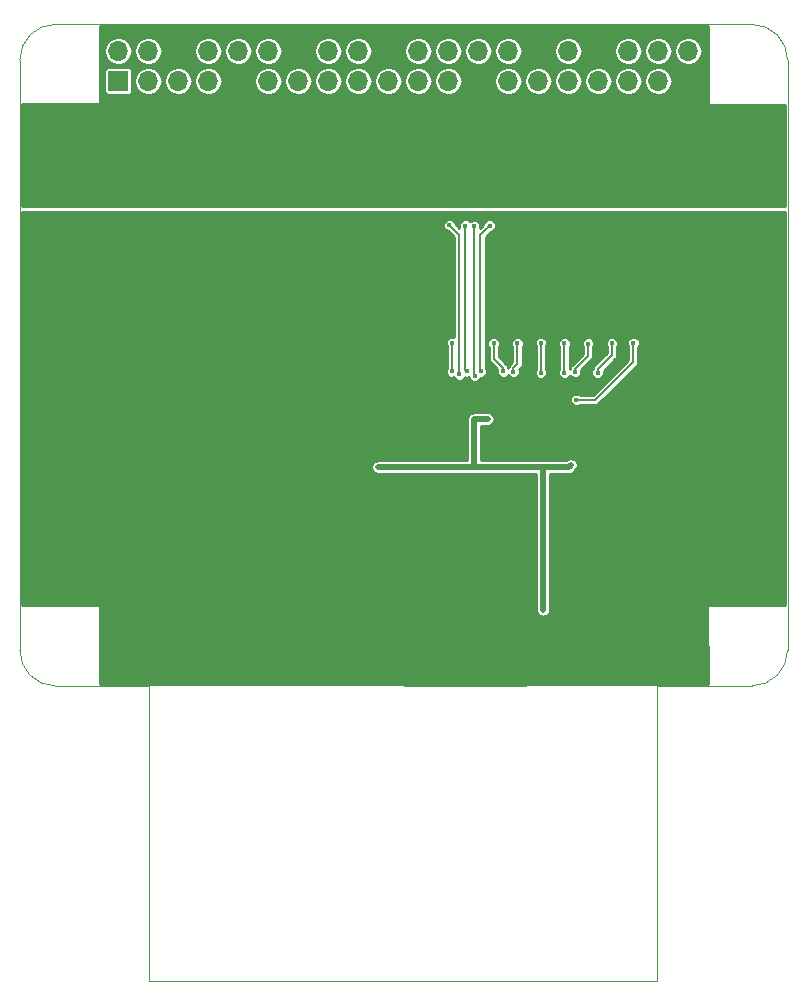
<source format=gbr>
G04 #@! TF.GenerationSoftware,KiCad,Pcbnew,5.0.2-bee76a0~70~ubuntu18.04.1*
G04 #@! TF.CreationDate,2019-08-06T12:18:04+01:00*
G04 #@! TF.ProjectId,LoRa-hat,4c6f5261-2d68-4617-942e-6b696361645f,rev?*
G04 #@! TF.SameCoordinates,Original*
G04 #@! TF.FileFunction,Copper,L2,Bot*
G04 #@! TF.FilePolarity,Positive*
%FSLAX46Y46*%
G04 Gerber Fmt 4.6, Leading zero omitted, Abs format (unit mm)*
G04 Created by KiCad (PCBNEW 5.0.2-bee76a0~70~ubuntu18.04.1) date Tue 06 Aug 2019 12:18:04 BST*
%MOMM*%
%LPD*%
G01*
G04 APERTURE LIST*
G04 #@! TA.AperFunction,NonConductor*
%ADD10C,0.100000*%
G04 #@! TD*
G04 #@! TA.AperFunction,Conductor*
%ADD11C,0.100000*%
G04 #@! TD*
G04 #@! TA.AperFunction,Conductor*
%ADD12C,3.350000*%
G04 #@! TD*
G04 #@! TA.AperFunction,ViaPad*
%ADD13C,0.500000*%
G04 #@! TD*
G04 #@! TA.AperFunction,Conductor*
%ADD14R,43.000000X0.500000*%
G04 #@! TD*
G04 #@! TA.AperFunction,ComponentPad*
%ADD15R,1.700000X1.700000*%
G04 #@! TD*
G04 #@! TA.AperFunction,ComponentPad*
%ADD16O,1.700000X1.700000*%
G04 #@! TD*
G04 #@! TA.AperFunction,ViaPad*
%ADD17C,0.400000*%
G04 #@! TD*
G04 #@! TA.AperFunction,Conductor*
%ADD18C,0.500000*%
G04 #@! TD*
G04 #@! TA.AperFunction,Conductor*
%ADD19C,0.200000*%
G04 #@! TD*
G04 #@! TA.AperFunction,Conductor*
%ADD20C,0.254000*%
G04 #@! TD*
G04 APERTURE END LIST*
D10*
X89500000Y-116820000D02*
X89500000Y-141840000D01*
X132500000Y-141850000D02*
X89500000Y-141840000D01*
X132500000Y-116830000D02*
X132500000Y-141850000D01*
X132500000Y-116830000D02*
X140546356Y-116830000D01*
X81530000Y-116820000D02*
X89500000Y-116820000D01*
X81546356Y-116817611D02*
G75*
G02X78546356Y-113817611I0J3000000D01*
G01*
X143546351Y-113822847D02*
G75*
G02X140546356Y-116817611I-2999995J5236D01*
G01*
X78546356Y-63817611D02*
X78546356Y-113817611D01*
X78546356Y-63817611D02*
G75*
G02X81546356Y-60817611I3000000J0D01*
G01*
X140546356Y-60817611D02*
X81546356Y-60817611D01*
X140546356Y-60817611D02*
G75*
G02X143546356Y-63817611I0J-3000000D01*
G01*
X143546356Y-113817611D02*
X143546356Y-63817611D01*
D11*
G04 #@! TO.N,GNDA*
G04 #@! TO.C,U1*
G36*
X123089504Y-94506204D02*
X123113773Y-94509804D01*
X123137571Y-94515765D01*
X123160671Y-94524030D01*
X123182849Y-94534520D01*
X123203893Y-94547133D01*
X123223598Y-94561747D01*
X123241777Y-94578223D01*
X123258253Y-94596402D01*
X123272867Y-94616107D01*
X123285480Y-94637151D01*
X123295970Y-94659329D01*
X123304235Y-94682429D01*
X123310196Y-94706227D01*
X123313796Y-94730496D01*
X123315000Y-94755000D01*
X123315000Y-97605000D01*
X123313796Y-97629504D01*
X123310196Y-97653773D01*
X123304235Y-97677571D01*
X123295970Y-97700671D01*
X123285480Y-97722849D01*
X123272867Y-97743893D01*
X123258253Y-97763598D01*
X123241777Y-97781777D01*
X123223598Y-97798253D01*
X123203893Y-97812867D01*
X123182849Y-97825480D01*
X123160671Y-97835970D01*
X123137571Y-97844235D01*
X123113773Y-97850196D01*
X123089504Y-97853796D01*
X123065000Y-97855000D01*
X120215000Y-97855000D01*
X120190496Y-97853796D01*
X120166227Y-97850196D01*
X120142429Y-97844235D01*
X120119329Y-97835970D01*
X120097151Y-97825480D01*
X120076107Y-97812867D01*
X120056402Y-97798253D01*
X120038223Y-97781777D01*
X120021747Y-97763598D01*
X120007133Y-97743893D01*
X119994520Y-97722849D01*
X119984030Y-97700671D01*
X119975765Y-97677571D01*
X119969804Y-97653773D01*
X119966204Y-97629504D01*
X119965000Y-97605000D01*
X119965000Y-94755000D01*
X119966204Y-94730496D01*
X119969804Y-94706227D01*
X119975765Y-94682429D01*
X119984030Y-94659329D01*
X119994520Y-94637151D01*
X120007133Y-94616107D01*
X120021747Y-94596402D01*
X120038223Y-94578223D01*
X120056402Y-94561747D01*
X120076107Y-94547133D01*
X120097151Y-94534520D01*
X120119329Y-94524030D01*
X120142429Y-94515765D01*
X120166227Y-94509804D01*
X120190496Y-94506204D01*
X120215000Y-94505000D01*
X123065000Y-94505000D01*
X123089504Y-94506204D01*
X123089504Y-94506204D01*
G37*
D12*
X121640000Y-96180000D03*
D13*
X120215000Y-94755000D03*
X121165000Y-94755000D03*
X122115000Y-94755000D03*
X123065000Y-94755000D03*
X120215000Y-95705000D03*
X121165000Y-95705000D03*
X122115000Y-95705000D03*
X123065000Y-95705000D03*
X120215000Y-96655000D03*
X121165000Y-96655000D03*
X122115000Y-96655000D03*
X123065000Y-96655000D03*
X120215000Y-97605000D03*
X121165000Y-97605000D03*
X122115000Y-97605000D03*
X123065000Y-97605000D03*
G04 #@! TD*
D14*
G04 #@! TO.N,GNDA*
G04 #@! TO.C,A1*
X111000000Y-116620000D03*
G04 #@! TD*
D15*
G04 #@! TO.P,J1,1*
G04 #@! TO.N,Net-(J1-Pad1)*
X86890000Y-65610000D03*
D16*
G04 #@! TO.P,J1,2*
G04 #@! TO.N,+5V*
X86890000Y-63070000D03*
G04 #@! TO.P,J1,3*
G04 #@! TO.N,Net-(J1-Pad3)*
X89430000Y-65610000D03*
G04 #@! TO.P,J1,4*
G04 #@! TO.N,+5V*
X89430000Y-63070000D03*
G04 #@! TO.P,J1,5*
G04 #@! TO.N,Net-(J1-Pad5)*
X91970000Y-65610000D03*
G04 #@! TO.P,J1,6*
G04 #@! TO.N,GND*
X91970000Y-63070000D03*
G04 #@! TO.P,J1,7*
G04 #@! TO.N,Net-(J1-Pad7)*
X94510000Y-65610000D03*
G04 #@! TO.P,J1,8*
G04 #@! TO.N,Net-(J1-Pad8)*
X94510000Y-63070000D03*
G04 #@! TO.P,J1,9*
G04 #@! TO.N,GND*
X97050000Y-65610000D03*
G04 #@! TO.P,J1,10*
G04 #@! TO.N,Net-(J1-Pad10)*
X97050000Y-63070000D03*
G04 #@! TO.P,J1,11*
G04 #@! TO.N,Net-(J1-Pad11)*
X99590000Y-65610000D03*
G04 #@! TO.P,J1,12*
G04 #@! TO.N,Net-(J1-Pad12)*
X99590000Y-63070000D03*
G04 #@! TO.P,J1,13*
G04 #@! TO.N,Net-(J1-Pad13)*
X102130000Y-65610000D03*
G04 #@! TO.P,J1,14*
G04 #@! TO.N,GND*
X102130000Y-63070000D03*
G04 #@! TO.P,J1,15*
G04 #@! TO.N,Net-(J1-Pad15)*
X104670000Y-65610000D03*
G04 #@! TO.P,J1,16*
G04 #@! TO.N,Net-(D1-Pad1)*
X104670000Y-63070000D03*
G04 #@! TO.P,J1,17*
G04 #@! TO.N,Net-(J1-Pad17)*
X107210000Y-65610000D03*
G04 #@! TO.P,J1,18*
G04 #@! TO.N,Net-(D2-Pad1)*
X107210000Y-63070000D03*
G04 #@! TO.P,J1,19*
G04 #@! TO.N,Net-(J1-Pad19)*
X109750000Y-65610000D03*
G04 #@! TO.P,J1,20*
G04 #@! TO.N,GND*
X109750000Y-63070000D03*
G04 #@! TO.P,J1,21*
G04 #@! TO.N,Net-(J1-Pad21)*
X112290000Y-65610000D03*
G04 #@! TO.P,J1,22*
G04 #@! TO.N,Net-(J1-Pad22)*
X112290000Y-63070000D03*
G04 #@! TO.P,J1,23*
G04 #@! TO.N,Net-(J1-Pad23)*
X114830000Y-65610000D03*
G04 #@! TO.P,J1,24*
G04 #@! TO.N,Net-(J1-Pad24)*
X114830000Y-63070000D03*
G04 #@! TO.P,J1,25*
G04 #@! TO.N,GND*
X117370000Y-65610000D03*
G04 #@! TO.P,J1,26*
G04 #@! TO.N,Net-(J1-Pad26)*
X117370000Y-63070000D03*
G04 #@! TO.P,J1,27*
G04 #@! TO.N,Net-(J1-Pad27)*
X119910000Y-65610000D03*
G04 #@! TO.P,J1,28*
G04 #@! TO.N,Net-(J1-Pad28)*
X119910000Y-63070000D03*
G04 #@! TO.P,J1,29*
G04 #@! TO.N,Net-(J1-Pad29)*
X122450000Y-65610000D03*
G04 #@! TO.P,J1,30*
G04 #@! TO.N,GND*
X122450000Y-63070000D03*
G04 #@! TO.P,J1,31*
G04 #@! TO.N,Net-(J1-Pad31)*
X124990000Y-65610000D03*
G04 #@! TO.P,J1,32*
G04 #@! TO.N,Net-(J1-Pad32)*
X124990000Y-63070000D03*
G04 #@! TO.P,J1,33*
G04 #@! TO.N,Net-(J1-Pad33)*
X127530000Y-65610000D03*
G04 #@! TO.P,J1,34*
G04 #@! TO.N,GND*
X127530000Y-63070000D03*
G04 #@! TO.P,J1,35*
G04 #@! TO.N,Net-(J1-Pad35)*
X130070000Y-65610000D03*
G04 #@! TO.P,J1,36*
G04 #@! TO.N,Net-(J1-Pad36)*
X130070000Y-63070000D03*
G04 #@! TO.P,J1,37*
G04 #@! TO.N,Net-(J1-Pad37)*
X132610000Y-65610000D03*
G04 #@! TO.P,J1,38*
G04 #@! TO.N,Net-(J1-Pad38)*
X132610000Y-63070000D03*
G04 #@! TO.P,J1,39*
G04 #@! TO.N,GND*
X135150000Y-65610000D03*
G04 #@! TO.P,J1,40*
G04 #@! TO.N,Net-(J1-Pad40)*
X135150000Y-63070000D03*
G04 #@! TD*
D17*
G04 #@! TO.N,GND*
X112520000Y-72490000D03*
X80000000Y-70000000D03*
X80000000Y-72500000D03*
X80000000Y-75000000D03*
X82500000Y-75000000D03*
X82500000Y-72500000D03*
X82500000Y-70000000D03*
X85000000Y-72500000D03*
X85000000Y-75000000D03*
X87500000Y-75000000D03*
X87500000Y-72500000D03*
X90000000Y-75000000D03*
X92500000Y-75000000D03*
X95000000Y-75000000D03*
X97500000Y-75000000D03*
X100000000Y-75000000D03*
X102500000Y-75000000D03*
X105000000Y-75000000D03*
X107500000Y-75000000D03*
X107500000Y-72500000D03*
X105000000Y-72500000D03*
X102500000Y-72500000D03*
X100000000Y-72500000D03*
X120000000Y-75000000D03*
X120000000Y-72500000D03*
X120000000Y-70000000D03*
X120000000Y-67500000D03*
X122500000Y-67500000D03*
X122500000Y-70000000D03*
X122500000Y-72500000D03*
X122500000Y-75000000D03*
X125000000Y-75000000D03*
X125000000Y-72500000D03*
X125000000Y-70000000D03*
X125000000Y-67500000D03*
X127500000Y-67500000D03*
X127500000Y-70000000D03*
X127500000Y-72500000D03*
X127500000Y-75000000D03*
X130000000Y-75000000D03*
X130000000Y-72500000D03*
X130000000Y-70000000D03*
X130000000Y-67500000D03*
X132500000Y-67500000D03*
X132500000Y-70000000D03*
X132500000Y-72500000D03*
X132500000Y-75000000D03*
X107500000Y-67500000D03*
X105000000Y-67500000D03*
X102500000Y-67500000D03*
X100000000Y-67500000D03*
X95000000Y-67500000D03*
X92500000Y-67500000D03*
X90000000Y-67500000D03*
X87500000Y-67500000D03*
X110000000Y-75000000D03*
X110000000Y-72500000D03*
X112500000Y-75000000D03*
X97500000Y-67500000D03*
D13*
G04 #@! TO.N,+3.3VA*
X125200000Y-98130000D03*
X122850000Y-110380000D03*
X118150010Y-94230000D03*
X117020000Y-98305010D03*
X108890000Y-98310000D03*
G04 #@! TO.N,GNDA*
X137500000Y-100000000D03*
X135000000Y-102500000D03*
X132500000Y-100000000D03*
X135000000Y-100000000D03*
X135000000Y-107500000D03*
X132500000Y-107500000D03*
X137500000Y-107500000D03*
X135000000Y-105000000D03*
X132500000Y-105000000D03*
X137500000Y-105000000D03*
X132500000Y-112500000D03*
X135000000Y-110000000D03*
X135000000Y-112500000D03*
X132500000Y-110000000D03*
X132500000Y-112500000D03*
X135000000Y-112500000D03*
X95000000Y-115000000D03*
X97500000Y-115000000D03*
X132500000Y-112500000D03*
X135000000Y-115000000D03*
X132500000Y-115000000D03*
X135000000Y-112500000D03*
X135000000Y-112500000D03*
X132500000Y-102500000D03*
X137500000Y-102500000D03*
X80000000Y-77500000D03*
X80000000Y-80000000D03*
X80000000Y-82500000D03*
X80000000Y-85000000D03*
X80000000Y-87500000D03*
X80000000Y-95000000D03*
X80000000Y-90000000D03*
X80000000Y-97500000D03*
X80000000Y-100000000D03*
X80000000Y-92500000D03*
X82500000Y-77500000D03*
X82500000Y-80000000D03*
X82500000Y-85000000D03*
X82500000Y-87500000D03*
X82500000Y-82500000D03*
X85000000Y-82500000D03*
X85000000Y-77500000D03*
X85000000Y-85000000D03*
X85000000Y-80000000D03*
X85000000Y-87500000D03*
X87500000Y-85000000D03*
X87500000Y-80000000D03*
X87500000Y-87500000D03*
X87500000Y-77500000D03*
X87500000Y-82500000D03*
X90000000Y-82500000D03*
X90000000Y-87500000D03*
X90000000Y-85000000D03*
X90000000Y-77500000D03*
X90000000Y-80000000D03*
X92500000Y-77500000D03*
X92500000Y-85000000D03*
X92500000Y-87500000D03*
X92500000Y-80000000D03*
X92500000Y-82500000D03*
X95000000Y-82500000D03*
X95000000Y-77500000D03*
X95000000Y-85000000D03*
X95000000Y-80000000D03*
X95000000Y-87500000D03*
X97500000Y-87500000D03*
X97500000Y-85000000D03*
X97500000Y-77500000D03*
X97500000Y-80000000D03*
X97500000Y-82500000D03*
X100000000Y-77500000D03*
X100000000Y-87500000D03*
X100000000Y-82500000D03*
X100000000Y-80000000D03*
X100000000Y-85000000D03*
X102500000Y-87500000D03*
X102500000Y-80000000D03*
X102500000Y-77500000D03*
X102500000Y-82500000D03*
X102500000Y-85000000D03*
X105000000Y-87500000D03*
X107500000Y-82500000D03*
X107500000Y-80000000D03*
X107500000Y-77500000D03*
X105000000Y-80000000D03*
X105000000Y-77500000D03*
X107500000Y-85000000D03*
X107500000Y-87500000D03*
X105000000Y-82500000D03*
X105000000Y-85000000D03*
X97500000Y-90000000D03*
X90000000Y-90000000D03*
X85000000Y-97500000D03*
X100000000Y-100000000D03*
X82500000Y-95000000D03*
X82500000Y-90000000D03*
X92500000Y-95000000D03*
X95000000Y-100000000D03*
X92500000Y-90000000D03*
X105000000Y-100000000D03*
X97500000Y-100000000D03*
X107500000Y-97500000D03*
X102500000Y-95000000D03*
X90000000Y-97500000D03*
X105000000Y-90000000D03*
X92500000Y-97500000D03*
X102500000Y-92500000D03*
X102500000Y-90000000D03*
X100000000Y-92500000D03*
X90000000Y-100000000D03*
X95000000Y-97500000D03*
X100000000Y-90000000D03*
X92500000Y-92500000D03*
X105000000Y-97500000D03*
X107500000Y-100000000D03*
X82500000Y-97500000D03*
X102500000Y-97500000D03*
X95000000Y-90000000D03*
X87500000Y-95000000D03*
X85000000Y-92500000D03*
X92500000Y-100000000D03*
X95000000Y-92500000D03*
X87500000Y-100000000D03*
X82500000Y-92500000D03*
X85000000Y-100000000D03*
X102500000Y-100000000D03*
X105000000Y-95000000D03*
X90000000Y-92500000D03*
X95000000Y-95000000D03*
X107500000Y-95000000D03*
X97500000Y-95000000D03*
X105000000Y-92500000D03*
X85000000Y-90000000D03*
X90000000Y-95000000D03*
X85000000Y-95000000D03*
X87500000Y-97500000D03*
X97500000Y-92500000D03*
X82500000Y-100000000D03*
X100000000Y-95000000D03*
X87500000Y-90000000D03*
X100000000Y-97500000D03*
X97500000Y-97500000D03*
X87500000Y-92500000D03*
X107500000Y-90000000D03*
X107500000Y-92500000D03*
X87500000Y-107500000D03*
X85000000Y-105000000D03*
X105000000Y-107500000D03*
X95000000Y-107500000D03*
X92500000Y-105000000D03*
X90000000Y-102500000D03*
X85000000Y-102500000D03*
X95000000Y-105000000D03*
X105000000Y-102500000D03*
X87500000Y-105000000D03*
X100000000Y-102500000D03*
X107500000Y-102500000D03*
X107500000Y-107500000D03*
X82500000Y-105000000D03*
X97500000Y-102500000D03*
X87500000Y-102500000D03*
X97500000Y-105000000D03*
X85000000Y-107500000D03*
X102500000Y-107500000D03*
X92500000Y-107500000D03*
X90000000Y-105000000D03*
X102500000Y-105000000D03*
X102500000Y-102500000D03*
X100000000Y-107500000D03*
X82500000Y-107500000D03*
X95000000Y-102500000D03*
X105000000Y-105000000D03*
X92500000Y-102500000D03*
X107500000Y-105000000D03*
X80000000Y-105000000D03*
X80000000Y-107500000D03*
X82500000Y-102500000D03*
X90000000Y-107500000D03*
X97500000Y-107500000D03*
X80000000Y-102500000D03*
X100000000Y-105000000D03*
X97500000Y-115000000D03*
X90000000Y-115000000D03*
X105000000Y-110000000D03*
X95000000Y-110000000D03*
X102500000Y-110000000D03*
X87500000Y-112500000D03*
X100000000Y-115000000D03*
X105000000Y-112500000D03*
X97500000Y-112500000D03*
X100000000Y-112500000D03*
X102500000Y-115000000D03*
X102500000Y-112500000D03*
X92500000Y-112500000D03*
X95000000Y-112500000D03*
X90000000Y-112500000D03*
X105000000Y-115000000D03*
X100000000Y-110000000D03*
X87500000Y-115000000D03*
X97500000Y-110000000D03*
X87500000Y-110000000D03*
X90000000Y-110000000D03*
X107500000Y-110000000D03*
X107500000Y-115000000D03*
X95000000Y-115000000D03*
X92500000Y-115000000D03*
X92500000Y-110000000D03*
X107500000Y-112500000D03*
X120000000Y-82500000D03*
X120000000Y-77500000D03*
X120000000Y-85000000D03*
X120000000Y-80000000D03*
X122500000Y-82500000D03*
X122500000Y-77500000D03*
X122500000Y-80000000D03*
X122500000Y-85000000D03*
X125000000Y-82500000D03*
X125000000Y-77500000D03*
X125000000Y-80000000D03*
X125000000Y-85000000D03*
X127500000Y-82500000D03*
X130000000Y-82500000D03*
X127500000Y-77500000D03*
X130000000Y-77500000D03*
X127500000Y-80000000D03*
X130000000Y-80000000D03*
X127500000Y-85000000D03*
X132500000Y-80000000D03*
X130000000Y-85000000D03*
X132500000Y-77500000D03*
X137500000Y-85000000D03*
X137500000Y-90000000D03*
X140000000Y-80000000D03*
X140000000Y-87500000D03*
X140000000Y-82500000D03*
X137500000Y-77500000D03*
X137500000Y-82500000D03*
X137500000Y-87500000D03*
X137500000Y-80000000D03*
X135000000Y-77500000D03*
X135000000Y-80000000D03*
X140000000Y-90000000D03*
X140000000Y-85000000D03*
X140000000Y-77500000D03*
X142500000Y-77500000D03*
X142500000Y-82500000D03*
X142500000Y-90000000D03*
X142500000Y-80000000D03*
X142500000Y-87500000D03*
X142500000Y-85000000D03*
X140000000Y-92500000D03*
X142500000Y-102500000D03*
X140000000Y-97500000D03*
X142500000Y-105000000D03*
X140000000Y-105000000D03*
X137500000Y-95000000D03*
X140000000Y-95000000D03*
X140000000Y-102500000D03*
X142500000Y-97500000D03*
X137500000Y-92500000D03*
X142500000Y-95000000D03*
X142500000Y-100000000D03*
X137500000Y-100000000D03*
X140000000Y-100000000D03*
X142500000Y-92500000D03*
X137500000Y-97500000D03*
X140000000Y-107500000D03*
X142500000Y-107500000D03*
X127650000Y-106500000D03*
X127650000Y-109000000D03*
X110000000Y-100000000D03*
X110000000Y-102500000D03*
X110000000Y-107500000D03*
X110000000Y-105000000D03*
X110000000Y-110000000D03*
X110000000Y-115000000D03*
X110000000Y-112500000D03*
X115150000Y-109000000D03*
X115150000Y-114000000D03*
X115150000Y-111500000D03*
X115150000Y-106500000D03*
X119450000Y-101500000D03*
X130150000Y-91500000D03*
X112500000Y-82500000D03*
X112500000Y-80000000D03*
X112500000Y-77500000D03*
X112500000Y-85000000D03*
X115000000Y-82500000D03*
X115000000Y-80000000D03*
X115000000Y-85000000D03*
X120150000Y-104000000D03*
X110000000Y-97500000D03*
X110000000Y-92500000D03*
X110000000Y-87500000D03*
X110000000Y-85000000D03*
X110000000Y-77500000D03*
X110000000Y-80000000D03*
X110000000Y-82500000D03*
X110000000Y-90000000D03*
X121150000Y-109330000D03*
X116670000Y-107720000D03*
X122150000Y-102000000D03*
X120150000Y-103000000D03*
X121150000Y-103000000D03*
X121150000Y-102000000D03*
X122150000Y-103000000D03*
X122150000Y-101000000D03*
X122150000Y-109330000D03*
X120150000Y-109330000D03*
X121650000Y-106500000D03*
X120650000Y-106500000D03*
X127650000Y-105250000D03*
X127650000Y-107750000D03*
X127650000Y-110250000D03*
X127650000Y-112750000D03*
X127650000Y-111500000D03*
X120050000Y-100900000D03*
X120650000Y-100300000D03*
X118850000Y-102100000D03*
X118250000Y-102700000D03*
X115150000Y-107750000D03*
X115150000Y-110250000D03*
X115150000Y-112750000D03*
X117550000Y-103400000D03*
X116950000Y-104000000D03*
X121650002Y-107500000D03*
X120650000Y-107500000D03*
X112500000Y-100000000D03*
X112500000Y-102500000D03*
X112500000Y-107500000D03*
X112500000Y-105000000D03*
X112500000Y-110000000D03*
X112500000Y-115000000D03*
X112500000Y-112500000D03*
X112500000Y-90000000D03*
X112500000Y-97500000D03*
X112500000Y-92500000D03*
X112500000Y-87500000D03*
X110000000Y-95000000D03*
X112500000Y-95000000D03*
X132500000Y-85000000D03*
X132500000Y-90000000D03*
X135000000Y-87500000D03*
X135000000Y-82500000D03*
X132500000Y-82500000D03*
X132500000Y-87500000D03*
X135000000Y-90000000D03*
X135000000Y-85000000D03*
X135000000Y-92500000D03*
X135000000Y-97500000D03*
X132500000Y-95000000D03*
X135000000Y-95000000D03*
X132500000Y-92500000D03*
X132500000Y-100000000D03*
X135000000Y-100000000D03*
X132500000Y-97500000D03*
D17*
G04 #@! TO.N,Net-(TP1-Pad1)*
X127470000Y-90300000D03*
X128680000Y-87810000D03*
G04 #@! TO.N,Net-(TP6-Pad1)*
X119469290Y-90200002D03*
X118660000Y-87830000D03*
G04 #@! TO.N,Net-(TP7-Pad1)*
X125670000Y-92600000D03*
X130500000Y-87790000D03*
G04 #@! TO.N,Net-(TP8-Pad1)*
X115120000Y-90200002D03*
X115120000Y-87790000D03*
G04 #@! TO.N,Net-(TP2-Pad1)*
X125560000Y-90260000D03*
X126670000Y-87850000D03*
G04 #@! TO.N,Net-(TP3-Pad1)*
X124660000Y-90300000D03*
X124660000Y-87820000D03*
G04 #@! TO.N,Net-(TP4-Pad1)*
X122660000Y-90300000D03*
X122670000Y-87780000D03*
G04 #@! TO.N,Net-(TP5-Pad1)*
X120340000Y-90210000D03*
X120680000Y-87820000D03*
G04 #@! TO.N,Net-(L11-Pad2)*
X117560000Y-90200000D03*
X118330002Y-77859998D03*
G04 #@! TO.N,Net-(L10-Pad2)*
X117049990Y-90570845D03*
X117010000Y-77890000D03*
G04 #@! TO.N,Net-(L9-Pad2)*
X116379990Y-90200002D03*
X116250000Y-77850000D03*
G04 #@! TO.N,Net-(L12-Pad2)*
X114914998Y-77809998D03*
X115770000Y-90460000D03*
G04 #@! TD*
D18*
G04 #@! TO.N,+3.3VA*
X117020000Y-98305010D02*
X117020000Y-94230000D01*
X125200000Y-98130000D02*
X125024990Y-98305010D01*
X125024990Y-98305010D02*
X117020000Y-98305010D01*
X117020000Y-94230000D02*
X118150010Y-94230000D01*
X117786447Y-94230000D02*
X118150010Y-94230000D01*
X122890000Y-98305010D02*
X125024990Y-98305010D01*
X122850000Y-110380000D02*
X122850000Y-98315010D01*
X117015010Y-98310000D02*
X117020000Y-98305010D01*
X108890000Y-98310000D02*
X117015010Y-98310000D01*
D19*
G04 #@! TO.N,GNDA*
X111000000Y-116570000D02*
X109790002Y-116570000D01*
G04 #@! TO.N,Net-(TP1-Pad1)*
X127470000Y-90017158D02*
X128680000Y-88807158D01*
X127470000Y-90300000D02*
X127470000Y-90017158D01*
X128680000Y-88807158D02*
X128680000Y-87810000D01*
G04 #@! TO.N,Net-(TP6-Pad1)*
X119469290Y-89917160D02*
X118660000Y-89107870D01*
X119469290Y-90200002D02*
X119469290Y-89917160D01*
X118660000Y-89107870D02*
X118660000Y-87830000D01*
G04 #@! TO.N,Net-(TP7-Pad1)*
X125670000Y-92600000D02*
X127280000Y-92600000D01*
X127280000Y-92600000D02*
X130500000Y-89380000D01*
X130500000Y-89380000D02*
X130500000Y-87790000D01*
G04 #@! TO.N,Net-(TP8-Pad1)*
X115120000Y-90200002D02*
X115120000Y-89917160D01*
X115120000Y-89917160D02*
X115120000Y-87790000D01*
G04 #@! TO.N,Net-(TP2-Pad1)*
X125560000Y-89977158D02*
X126670000Y-88867158D01*
X125560000Y-90260000D02*
X125560000Y-89977158D01*
X126670000Y-88867158D02*
X126670000Y-87850000D01*
G04 #@! TO.N,Net-(TP3-Pad1)*
X124660000Y-90300000D02*
X124660000Y-87820000D01*
G04 #@! TO.N,Net-(TP4-Pad1)*
X122630000Y-90300000D02*
X122670000Y-90260000D01*
X122670000Y-87820028D02*
X122629972Y-87780000D01*
X122670000Y-90260000D02*
X122670000Y-87820028D01*
G04 #@! TO.N,Net-(TP5-Pad1)*
X120340000Y-89927158D02*
X120680000Y-89587158D01*
X120340000Y-90210000D02*
X120340000Y-89927158D01*
X120680000Y-89587158D02*
X120680000Y-87820000D01*
G04 #@! TO.N,Net-(L11-Pad2)*
X117550000Y-90160000D02*
X117550000Y-78640000D01*
X118130003Y-78059997D02*
X118330002Y-77859998D01*
X117550000Y-78640000D02*
X118130003Y-78059997D01*
G04 #@! TO.N,Net-(L10-Pad2)*
X117010000Y-90530855D02*
X117010000Y-77890000D01*
X117049990Y-90570845D02*
X117010000Y-90530855D01*
G04 #@! TO.N,Net-(L9-Pad2)*
X116260000Y-90080012D02*
X116260000Y-77929994D01*
X116379990Y-90200002D02*
X116260000Y-90080012D01*
G04 #@! TO.N,Net-(L12-Pad2)*
X114914998Y-77809998D02*
X115760000Y-78655000D01*
X115760000Y-78655000D02*
X115760000Y-90428554D01*
G04 #@! TD*
D20*
G04 #@! TO.N,GNDA*
G36*
X143369356Y-106938353D02*
X143365005Y-109963000D01*
X136891823Y-109963000D01*
X136843222Y-109972667D01*
X136802020Y-110000197D01*
X136774490Y-110041399D01*
X136764823Y-110090154D01*
X136772797Y-116653000D01*
X132517430Y-116653000D01*
X132500000Y-116649533D01*
X132430938Y-116663270D01*
X132386445Y-116693000D01*
X126599756Y-116693000D01*
X116200000Y-116713000D01*
X105810244Y-116693000D01*
X105809875Y-116693000D01*
X95649875Y-116703000D01*
X89634698Y-116703000D01*
X89627609Y-116692391D01*
X89569062Y-116653270D01*
X89517430Y-116643000D01*
X89500000Y-116639533D01*
X89482570Y-116643000D01*
X85326773Y-116643000D01*
X85318823Y-110089846D01*
X85309097Y-110041257D01*
X85281517Y-110000089D01*
X85240281Y-109972608D01*
X85191823Y-109963000D01*
X78723356Y-109963000D01*
X78723356Y-98310000D01*
X108301696Y-98310000D01*
X108313000Y-98366829D01*
X108313000Y-98424772D01*
X108335174Y-98478305D01*
X108346478Y-98535134D01*
X108378669Y-98583312D01*
X108400843Y-98636844D01*
X108441814Y-98677815D01*
X108474006Y-98725994D01*
X108522185Y-98758186D01*
X108563156Y-98799157D01*
X108616688Y-98821331D01*
X108664866Y-98853522D01*
X108721695Y-98864826D01*
X108775228Y-98887000D01*
X116958182Y-98887000D01*
X117015010Y-98898304D01*
X117071838Y-98887000D01*
X117071839Y-98887000D01*
X117096925Y-98882010D01*
X122273001Y-98882010D01*
X122273000Y-110265228D01*
X122273000Y-110494772D01*
X122295174Y-110548306D01*
X122306478Y-110605133D01*
X122338668Y-110653310D01*
X122360843Y-110706844D01*
X122401814Y-110747815D01*
X122434006Y-110795994D01*
X122482185Y-110828186D01*
X122523156Y-110869157D01*
X122576688Y-110891331D01*
X122624866Y-110923522D01*
X122681695Y-110934826D01*
X122735228Y-110957000D01*
X122793171Y-110957000D01*
X122850000Y-110968304D01*
X122906829Y-110957000D01*
X122964772Y-110957000D01*
X123018305Y-110934826D01*
X123075133Y-110923522D01*
X123123310Y-110891332D01*
X123176844Y-110869157D01*
X123217815Y-110828186D01*
X123265994Y-110795994D01*
X123298186Y-110747815D01*
X123339157Y-110706844D01*
X123361331Y-110653312D01*
X123393522Y-110605134D01*
X123404826Y-110548305D01*
X123427000Y-110494772D01*
X123427000Y-98882010D01*
X124968162Y-98882010D01*
X125024990Y-98893314D01*
X125081818Y-98882010D01*
X125081819Y-98882010D01*
X125250124Y-98848532D01*
X125440984Y-98721004D01*
X125473177Y-98672823D01*
X125648185Y-98497816D01*
X125689157Y-98456844D01*
X125711332Y-98403310D01*
X125743522Y-98355133D01*
X125754826Y-98298305D01*
X125777000Y-98244772D01*
X125777000Y-98186829D01*
X125788304Y-98130000D01*
X125777000Y-98073171D01*
X125777000Y-98015228D01*
X125754826Y-97961695D01*
X125743522Y-97904866D01*
X125711331Y-97856688D01*
X125689157Y-97803156D01*
X125648186Y-97762185D01*
X125615994Y-97714006D01*
X125567815Y-97681814D01*
X125526844Y-97640843D01*
X125473312Y-97618669D01*
X125425134Y-97586478D01*
X125368305Y-97575174D01*
X125314772Y-97553000D01*
X125256829Y-97553000D01*
X125200000Y-97541696D01*
X125143171Y-97553000D01*
X125085228Y-97553000D01*
X125031695Y-97575174D01*
X124974867Y-97586478D01*
X124926690Y-97618668D01*
X124873156Y-97640843D01*
X124785989Y-97728010D01*
X122856556Y-97728010D01*
X122850000Y-97726706D01*
X122843444Y-97728010D01*
X117597000Y-97728010D01*
X117597000Y-94807000D01*
X118264782Y-94807000D01*
X118318315Y-94784826D01*
X118375144Y-94773522D01*
X118423322Y-94741331D01*
X118476854Y-94719157D01*
X118517825Y-94678186D01*
X118566004Y-94645994D01*
X118598196Y-94597815D01*
X118639167Y-94556844D01*
X118661341Y-94503312D01*
X118693532Y-94455134D01*
X118704836Y-94398305D01*
X118727010Y-94344772D01*
X118727010Y-94286829D01*
X118738314Y-94230000D01*
X118727010Y-94173171D01*
X118727010Y-94115228D01*
X118704836Y-94061695D01*
X118693532Y-94004866D01*
X118661341Y-93956688D01*
X118639167Y-93903156D01*
X118598196Y-93862185D01*
X118566004Y-93814006D01*
X118517825Y-93781814D01*
X118476854Y-93740843D01*
X118423322Y-93718669D01*
X118375144Y-93686478D01*
X118318315Y-93675174D01*
X118264782Y-93653000D01*
X117076829Y-93653000D01*
X117020000Y-93641696D01*
X116963171Y-93653000D01*
X116794866Y-93686478D01*
X116604006Y-93814006D01*
X116476478Y-94004866D01*
X116431696Y-94230000D01*
X116443001Y-94286834D01*
X116443000Y-97733000D01*
X108775228Y-97733000D01*
X108721695Y-97755174D01*
X108664866Y-97766478D01*
X108616688Y-97798669D01*
X108563156Y-97820843D01*
X108522185Y-97861814D01*
X108474006Y-97894006D01*
X108441815Y-97942184D01*
X108400843Y-97983156D01*
X108378669Y-98036688D01*
X108346478Y-98084866D01*
X108335174Y-98141695D01*
X108313000Y-98195228D01*
X108313000Y-98253171D01*
X108301696Y-98310000D01*
X78723356Y-98310000D01*
X78723356Y-92495173D01*
X125143000Y-92495173D01*
X125143000Y-92704827D01*
X125223231Y-92898522D01*
X125371478Y-93046769D01*
X125565173Y-93127000D01*
X125774827Y-93127000D01*
X125968522Y-93046769D01*
X125988291Y-93027000D01*
X127237947Y-93027000D01*
X127280000Y-93035365D01*
X127322053Y-93027000D01*
X127322054Y-93027000D01*
X127446607Y-93002225D01*
X127587850Y-92907850D01*
X127611675Y-92872193D01*
X130772196Y-89711673D01*
X130807850Y-89687850D01*
X130902225Y-89546607D01*
X130927000Y-89422054D01*
X130927000Y-89422053D01*
X130935365Y-89380000D01*
X130927000Y-89337946D01*
X130927000Y-88108291D01*
X130946769Y-88088522D01*
X131027000Y-87894827D01*
X131027000Y-87685173D01*
X130946769Y-87491478D01*
X130798522Y-87343231D01*
X130604827Y-87263000D01*
X130395173Y-87263000D01*
X130201478Y-87343231D01*
X130053231Y-87491478D01*
X129973000Y-87685173D01*
X129973000Y-87894827D01*
X130053231Y-88088522D01*
X130073001Y-88108292D01*
X130073000Y-89203131D01*
X127103132Y-92173000D01*
X125988291Y-92173000D01*
X125968522Y-92153231D01*
X125774827Y-92073000D01*
X125565173Y-92073000D01*
X125371478Y-92153231D01*
X125223231Y-92301478D01*
X125143000Y-92495173D01*
X78723356Y-92495173D01*
X78723356Y-77705171D01*
X114387998Y-77705171D01*
X114387998Y-77914825D01*
X114468229Y-78108520D01*
X114616476Y-78256767D01*
X114810171Y-78336998D01*
X114838129Y-78336998D01*
X115333000Y-78831870D01*
X115333001Y-87307807D01*
X115224827Y-87263000D01*
X115015173Y-87263000D01*
X114821478Y-87343231D01*
X114673231Y-87491478D01*
X114593000Y-87685173D01*
X114593000Y-87894827D01*
X114673231Y-88088522D01*
X114693001Y-88108292D01*
X114693000Y-89875106D01*
X114693000Y-89881711D01*
X114673231Y-89901480D01*
X114593000Y-90095175D01*
X114593000Y-90304829D01*
X114673231Y-90498524D01*
X114821478Y-90646771D01*
X115015173Y-90727002D01*
X115224827Y-90727002D01*
X115297676Y-90696827D01*
X115323231Y-90758522D01*
X115471478Y-90906769D01*
X115665173Y-90987000D01*
X115874827Y-90987000D01*
X116068522Y-90906769D01*
X116216769Y-90758522D01*
X116236465Y-90710973D01*
X116275163Y-90727002D01*
X116484817Y-90727002D01*
X116535548Y-90705989D01*
X116603221Y-90869367D01*
X116751468Y-91017614D01*
X116945163Y-91097845D01*
X117154817Y-91097845D01*
X117348512Y-91017614D01*
X117496759Y-90869367D01*
X117555729Y-90727000D01*
X117664827Y-90727000D01*
X117858522Y-90646769D01*
X118006769Y-90498522D01*
X118087000Y-90304827D01*
X118087000Y-90095173D01*
X118006769Y-89901478D01*
X117977000Y-89871709D01*
X117977000Y-87725173D01*
X118133000Y-87725173D01*
X118133000Y-87934827D01*
X118213231Y-88128522D01*
X118233001Y-88148292D01*
X118233000Y-89065817D01*
X118224635Y-89107870D01*
X118233000Y-89149923D01*
X118257775Y-89274476D01*
X118352150Y-89415720D01*
X118387807Y-89439545D01*
X118971915Y-90023654D01*
X118942290Y-90095175D01*
X118942290Y-90304829D01*
X119022521Y-90498524D01*
X119170768Y-90646771D01*
X119364463Y-90727002D01*
X119574117Y-90727002D01*
X119767812Y-90646771D01*
X119899646Y-90514937D01*
X120041478Y-90656769D01*
X120235173Y-90737000D01*
X120444827Y-90737000D01*
X120638522Y-90656769D01*
X120786769Y-90508522D01*
X120867000Y-90314827D01*
X120867000Y-90195173D01*
X122133000Y-90195173D01*
X122133000Y-90404827D01*
X122213231Y-90598522D01*
X122361478Y-90746769D01*
X122555173Y-90827000D01*
X122764827Y-90827000D01*
X122958522Y-90746769D01*
X123106769Y-90598522D01*
X123187000Y-90404827D01*
X123187000Y-90195173D01*
X123106769Y-90001478D01*
X123097000Y-89991709D01*
X123097000Y-88098291D01*
X123116769Y-88078522D01*
X123197000Y-87884827D01*
X123197000Y-87715173D01*
X124133000Y-87715173D01*
X124133000Y-87924827D01*
X124213231Y-88118522D01*
X124233001Y-88138292D01*
X124233000Y-89981709D01*
X124213231Y-90001478D01*
X124133000Y-90195173D01*
X124133000Y-90404827D01*
X124213231Y-90598522D01*
X124361478Y-90746769D01*
X124555173Y-90827000D01*
X124764827Y-90827000D01*
X124958522Y-90746769D01*
X125106769Y-90598522D01*
X125120377Y-90565668D01*
X125261478Y-90706769D01*
X125455173Y-90787000D01*
X125664827Y-90787000D01*
X125858522Y-90706769D01*
X126006769Y-90558522D01*
X126087000Y-90364827D01*
X126087000Y-90195173D01*
X126943000Y-90195173D01*
X126943000Y-90404827D01*
X127023231Y-90598522D01*
X127171478Y-90746769D01*
X127365173Y-90827000D01*
X127574827Y-90827000D01*
X127768522Y-90746769D01*
X127916769Y-90598522D01*
X127997000Y-90404827D01*
X127997000Y-90195173D01*
X127967375Y-90123651D01*
X128952196Y-89138831D01*
X128987850Y-89115008D01*
X129082225Y-88973765D01*
X129107000Y-88849212D01*
X129107000Y-88849211D01*
X129115365Y-88807159D01*
X129107000Y-88765106D01*
X129107000Y-88128291D01*
X129126769Y-88108522D01*
X129207000Y-87914827D01*
X129207000Y-87705173D01*
X129126769Y-87511478D01*
X128978522Y-87363231D01*
X128784827Y-87283000D01*
X128575173Y-87283000D01*
X128381478Y-87363231D01*
X128233231Y-87511478D01*
X128153000Y-87705173D01*
X128153000Y-87914827D01*
X128233231Y-88108522D01*
X128253001Y-88128292D01*
X128253000Y-88630289D01*
X127197805Y-89685485D01*
X127162151Y-89709308D01*
X127067775Y-89850551D01*
X127043000Y-89975104D01*
X127041360Y-89983349D01*
X127023231Y-90001478D01*
X126943000Y-90195173D01*
X126087000Y-90195173D01*
X126087000Y-90155173D01*
X126057375Y-90083651D01*
X126942196Y-89198831D01*
X126977850Y-89175008D01*
X127072225Y-89033765D01*
X127097000Y-88909212D01*
X127097000Y-88909211D01*
X127105365Y-88867159D01*
X127097000Y-88825106D01*
X127097000Y-88168291D01*
X127116769Y-88148522D01*
X127197000Y-87954827D01*
X127197000Y-87745173D01*
X127116769Y-87551478D01*
X126968522Y-87403231D01*
X126774827Y-87323000D01*
X126565173Y-87323000D01*
X126371478Y-87403231D01*
X126223231Y-87551478D01*
X126143000Y-87745173D01*
X126143000Y-87954827D01*
X126223231Y-88148522D01*
X126243001Y-88168292D01*
X126243000Y-88690289D01*
X125287805Y-89645485D01*
X125252151Y-89669308D01*
X125157775Y-89810551D01*
X125134581Y-89927158D01*
X125131360Y-89943349D01*
X125113231Y-89961478D01*
X125099623Y-89994332D01*
X125087000Y-89981709D01*
X125087000Y-88138291D01*
X125106769Y-88118522D01*
X125187000Y-87924827D01*
X125187000Y-87715173D01*
X125106769Y-87521478D01*
X124958522Y-87373231D01*
X124764827Y-87293000D01*
X124555173Y-87293000D01*
X124361478Y-87373231D01*
X124213231Y-87521478D01*
X124133000Y-87715173D01*
X123197000Y-87715173D01*
X123197000Y-87675173D01*
X123116769Y-87481478D01*
X122968522Y-87333231D01*
X122774827Y-87253000D01*
X122565173Y-87253000D01*
X122371478Y-87333231D01*
X122223231Y-87481478D01*
X122143000Y-87675173D01*
X122143000Y-87884827D01*
X122223231Y-88078522D01*
X122243001Y-88098292D01*
X122243000Y-89971709D01*
X122213231Y-90001478D01*
X122133000Y-90195173D01*
X120867000Y-90195173D01*
X120867000Y-90105173D01*
X120837375Y-90033652D01*
X120952196Y-89918831D01*
X120987850Y-89895008D01*
X121082225Y-89753765D01*
X121107000Y-89629212D01*
X121107000Y-89629211D01*
X121115365Y-89587158D01*
X121107000Y-89545104D01*
X121107000Y-88138291D01*
X121126769Y-88118522D01*
X121207000Y-87924827D01*
X121207000Y-87715173D01*
X121126769Y-87521478D01*
X120978522Y-87373231D01*
X120784827Y-87293000D01*
X120575173Y-87293000D01*
X120381478Y-87373231D01*
X120233231Y-87521478D01*
X120153000Y-87715173D01*
X120153000Y-87924827D01*
X120233231Y-88118522D01*
X120253001Y-88138292D01*
X120253000Y-89410289D01*
X120067805Y-89595485D01*
X120032151Y-89619308D01*
X119937775Y-89760551D01*
X119919873Y-89850551D01*
X119911360Y-89893349D01*
X119909644Y-89895065D01*
X119897930Y-89883351D01*
X119871515Y-89750552D01*
X119817229Y-89669308D01*
X119777140Y-89609310D01*
X119741485Y-89585487D01*
X119087000Y-88931002D01*
X119087000Y-88148291D01*
X119106769Y-88128522D01*
X119187000Y-87934827D01*
X119187000Y-87725173D01*
X119106769Y-87531478D01*
X118958522Y-87383231D01*
X118764827Y-87303000D01*
X118555173Y-87303000D01*
X118361478Y-87383231D01*
X118213231Y-87531478D01*
X118133000Y-87725173D01*
X117977000Y-87725173D01*
X117977000Y-78816868D01*
X118406872Y-78386998D01*
X118434829Y-78386998D01*
X118628524Y-78306767D01*
X118776771Y-78158520D01*
X118857002Y-77964825D01*
X118857002Y-77755171D01*
X118776771Y-77561476D01*
X118628524Y-77413229D01*
X118434829Y-77332998D01*
X118225175Y-77332998D01*
X118031480Y-77413229D01*
X117883233Y-77561476D01*
X117803002Y-77755171D01*
X117803002Y-77783128D01*
X117498601Y-78087530D01*
X117537000Y-77994827D01*
X117537000Y-77785173D01*
X117456769Y-77591478D01*
X117308522Y-77443231D01*
X117114827Y-77363000D01*
X116905173Y-77363000D01*
X116711478Y-77443231D01*
X116650000Y-77504709D01*
X116548522Y-77403231D01*
X116354827Y-77323000D01*
X116145173Y-77323000D01*
X115951478Y-77403231D01*
X115803231Y-77551478D01*
X115723000Y-77745173D01*
X115723000Y-77954827D01*
X115764934Y-78056065D01*
X115441998Y-77733129D01*
X115441998Y-77705171D01*
X115361767Y-77511476D01*
X115213520Y-77363229D01*
X115019825Y-77282998D01*
X114810171Y-77282998D01*
X114616476Y-77363229D01*
X114468229Y-77511476D01*
X114387998Y-77705171D01*
X78723356Y-77705171D01*
X78723356Y-76727000D01*
X143369357Y-76727000D01*
X143369356Y-106938353D01*
X143369356Y-106938353D01*
G37*
X143369356Y-106938353D02*
X143365005Y-109963000D01*
X136891823Y-109963000D01*
X136843222Y-109972667D01*
X136802020Y-110000197D01*
X136774490Y-110041399D01*
X136764823Y-110090154D01*
X136772797Y-116653000D01*
X132517430Y-116653000D01*
X132500000Y-116649533D01*
X132430938Y-116663270D01*
X132386445Y-116693000D01*
X126599756Y-116693000D01*
X116200000Y-116713000D01*
X105810244Y-116693000D01*
X105809875Y-116693000D01*
X95649875Y-116703000D01*
X89634698Y-116703000D01*
X89627609Y-116692391D01*
X89569062Y-116653270D01*
X89517430Y-116643000D01*
X89500000Y-116639533D01*
X89482570Y-116643000D01*
X85326773Y-116643000D01*
X85318823Y-110089846D01*
X85309097Y-110041257D01*
X85281517Y-110000089D01*
X85240281Y-109972608D01*
X85191823Y-109963000D01*
X78723356Y-109963000D01*
X78723356Y-98310000D01*
X108301696Y-98310000D01*
X108313000Y-98366829D01*
X108313000Y-98424772D01*
X108335174Y-98478305D01*
X108346478Y-98535134D01*
X108378669Y-98583312D01*
X108400843Y-98636844D01*
X108441814Y-98677815D01*
X108474006Y-98725994D01*
X108522185Y-98758186D01*
X108563156Y-98799157D01*
X108616688Y-98821331D01*
X108664866Y-98853522D01*
X108721695Y-98864826D01*
X108775228Y-98887000D01*
X116958182Y-98887000D01*
X117015010Y-98898304D01*
X117071838Y-98887000D01*
X117071839Y-98887000D01*
X117096925Y-98882010D01*
X122273001Y-98882010D01*
X122273000Y-110265228D01*
X122273000Y-110494772D01*
X122295174Y-110548306D01*
X122306478Y-110605133D01*
X122338668Y-110653310D01*
X122360843Y-110706844D01*
X122401814Y-110747815D01*
X122434006Y-110795994D01*
X122482185Y-110828186D01*
X122523156Y-110869157D01*
X122576688Y-110891331D01*
X122624866Y-110923522D01*
X122681695Y-110934826D01*
X122735228Y-110957000D01*
X122793171Y-110957000D01*
X122850000Y-110968304D01*
X122906829Y-110957000D01*
X122964772Y-110957000D01*
X123018305Y-110934826D01*
X123075133Y-110923522D01*
X123123310Y-110891332D01*
X123176844Y-110869157D01*
X123217815Y-110828186D01*
X123265994Y-110795994D01*
X123298186Y-110747815D01*
X123339157Y-110706844D01*
X123361331Y-110653312D01*
X123393522Y-110605134D01*
X123404826Y-110548305D01*
X123427000Y-110494772D01*
X123427000Y-98882010D01*
X124968162Y-98882010D01*
X125024990Y-98893314D01*
X125081818Y-98882010D01*
X125081819Y-98882010D01*
X125250124Y-98848532D01*
X125440984Y-98721004D01*
X125473177Y-98672823D01*
X125648185Y-98497816D01*
X125689157Y-98456844D01*
X125711332Y-98403310D01*
X125743522Y-98355133D01*
X125754826Y-98298305D01*
X125777000Y-98244772D01*
X125777000Y-98186829D01*
X125788304Y-98130000D01*
X125777000Y-98073171D01*
X125777000Y-98015228D01*
X125754826Y-97961695D01*
X125743522Y-97904866D01*
X125711331Y-97856688D01*
X125689157Y-97803156D01*
X125648186Y-97762185D01*
X125615994Y-97714006D01*
X125567815Y-97681814D01*
X125526844Y-97640843D01*
X125473312Y-97618669D01*
X125425134Y-97586478D01*
X125368305Y-97575174D01*
X125314772Y-97553000D01*
X125256829Y-97553000D01*
X125200000Y-97541696D01*
X125143171Y-97553000D01*
X125085228Y-97553000D01*
X125031695Y-97575174D01*
X124974867Y-97586478D01*
X124926690Y-97618668D01*
X124873156Y-97640843D01*
X124785989Y-97728010D01*
X122856556Y-97728010D01*
X122850000Y-97726706D01*
X122843444Y-97728010D01*
X117597000Y-97728010D01*
X117597000Y-94807000D01*
X118264782Y-94807000D01*
X118318315Y-94784826D01*
X118375144Y-94773522D01*
X118423322Y-94741331D01*
X118476854Y-94719157D01*
X118517825Y-94678186D01*
X118566004Y-94645994D01*
X118598196Y-94597815D01*
X118639167Y-94556844D01*
X118661341Y-94503312D01*
X118693532Y-94455134D01*
X118704836Y-94398305D01*
X118727010Y-94344772D01*
X118727010Y-94286829D01*
X118738314Y-94230000D01*
X118727010Y-94173171D01*
X118727010Y-94115228D01*
X118704836Y-94061695D01*
X118693532Y-94004866D01*
X118661341Y-93956688D01*
X118639167Y-93903156D01*
X118598196Y-93862185D01*
X118566004Y-93814006D01*
X118517825Y-93781814D01*
X118476854Y-93740843D01*
X118423322Y-93718669D01*
X118375144Y-93686478D01*
X118318315Y-93675174D01*
X118264782Y-93653000D01*
X117076829Y-93653000D01*
X117020000Y-93641696D01*
X116963171Y-93653000D01*
X116794866Y-93686478D01*
X116604006Y-93814006D01*
X116476478Y-94004866D01*
X116431696Y-94230000D01*
X116443001Y-94286834D01*
X116443000Y-97733000D01*
X108775228Y-97733000D01*
X108721695Y-97755174D01*
X108664866Y-97766478D01*
X108616688Y-97798669D01*
X108563156Y-97820843D01*
X108522185Y-97861814D01*
X108474006Y-97894006D01*
X108441815Y-97942184D01*
X108400843Y-97983156D01*
X108378669Y-98036688D01*
X108346478Y-98084866D01*
X108335174Y-98141695D01*
X108313000Y-98195228D01*
X108313000Y-98253171D01*
X108301696Y-98310000D01*
X78723356Y-98310000D01*
X78723356Y-92495173D01*
X125143000Y-92495173D01*
X125143000Y-92704827D01*
X125223231Y-92898522D01*
X125371478Y-93046769D01*
X125565173Y-93127000D01*
X125774827Y-93127000D01*
X125968522Y-93046769D01*
X125988291Y-93027000D01*
X127237947Y-93027000D01*
X127280000Y-93035365D01*
X127322053Y-93027000D01*
X127322054Y-93027000D01*
X127446607Y-93002225D01*
X127587850Y-92907850D01*
X127611675Y-92872193D01*
X130772196Y-89711673D01*
X130807850Y-89687850D01*
X130902225Y-89546607D01*
X130927000Y-89422054D01*
X130927000Y-89422053D01*
X130935365Y-89380000D01*
X130927000Y-89337946D01*
X130927000Y-88108291D01*
X130946769Y-88088522D01*
X131027000Y-87894827D01*
X131027000Y-87685173D01*
X130946769Y-87491478D01*
X130798522Y-87343231D01*
X130604827Y-87263000D01*
X130395173Y-87263000D01*
X130201478Y-87343231D01*
X130053231Y-87491478D01*
X129973000Y-87685173D01*
X129973000Y-87894827D01*
X130053231Y-88088522D01*
X130073001Y-88108292D01*
X130073000Y-89203131D01*
X127103132Y-92173000D01*
X125988291Y-92173000D01*
X125968522Y-92153231D01*
X125774827Y-92073000D01*
X125565173Y-92073000D01*
X125371478Y-92153231D01*
X125223231Y-92301478D01*
X125143000Y-92495173D01*
X78723356Y-92495173D01*
X78723356Y-77705171D01*
X114387998Y-77705171D01*
X114387998Y-77914825D01*
X114468229Y-78108520D01*
X114616476Y-78256767D01*
X114810171Y-78336998D01*
X114838129Y-78336998D01*
X115333000Y-78831870D01*
X115333001Y-87307807D01*
X115224827Y-87263000D01*
X115015173Y-87263000D01*
X114821478Y-87343231D01*
X114673231Y-87491478D01*
X114593000Y-87685173D01*
X114593000Y-87894827D01*
X114673231Y-88088522D01*
X114693001Y-88108292D01*
X114693000Y-89875106D01*
X114693000Y-89881711D01*
X114673231Y-89901480D01*
X114593000Y-90095175D01*
X114593000Y-90304829D01*
X114673231Y-90498524D01*
X114821478Y-90646771D01*
X115015173Y-90727002D01*
X115224827Y-90727002D01*
X115297676Y-90696827D01*
X115323231Y-90758522D01*
X115471478Y-90906769D01*
X115665173Y-90987000D01*
X115874827Y-90987000D01*
X116068522Y-90906769D01*
X116216769Y-90758522D01*
X116236465Y-90710973D01*
X116275163Y-90727002D01*
X116484817Y-90727002D01*
X116535548Y-90705989D01*
X116603221Y-90869367D01*
X116751468Y-91017614D01*
X116945163Y-91097845D01*
X117154817Y-91097845D01*
X117348512Y-91017614D01*
X117496759Y-90869367D01*
X117555729Y-90727000D01*
X117664827Y-90727000D01*
X117858522Y-90646769D01*
X118006769Y-90498522D01*
X118087000Y-90304827D01*
X118087000Y-90095173D01*
X118006769Y-89901478D01*
X117977000Y-89871709D01*
X117977000Y-87725173D01*
X118133000Y-87725173D01*
X118133000Y-87934827D01*
X118213231Y-88128522D01*
X118233001Y-88148292D01*
X118233000Y-89065817D01*
X118224635Y-89107870D01*
X118233000Y-89149923D01*
X118257775Y-89274476D01*
X118352150Y-89415720D01*
X118387807Y-89439545D01*
X118971915Y-90023654D01*
X118942290Y-90095175D01*
X118942290Y-90304829D01*
X119022521Y-90498524D01*
X119170768Y-90646771D01*
X119364463Y-90727002D01*
X119574117Y-90727002D01*
X119767812Y-90646771D01*
X119899646Y-90514937D01*
X120041478Y-90656769D01*
X120235173Y-90737000D01*
X120444827Y-90737000D01*
X120638522Y-90656769D01*
X120786769Y-90508522D01*
X120867000Y-90314827D01*
X120867000Y-90195173D01*
X122133000Y-90195173D01*
X122133000Y-90404827D01*
X122213231Y-90598522D01*
X122361478Y-90746769D01*
X122555173Y-90827000D01*
X122764827Y-90827000D01*
X122958522Y-90746769D01*
X123106769Y-90598522D01*
X123187000Y-90404827D01*
X123187000Y-90195173D01*
X123106769Y-90001478D01*
X123097000Y-89991709D01*
X123097000Y-88098291D01*
X123116769Y-88078522D01*
X123197000Y-87884827D01*
X123197000Y-87715173D01*
X124133000Y-87715173D01*
X124133000Y-87924827D01*
X124213231Y-88118522D01*
X124233001Y-88138292D01*
X124233000Y-89981709D01*
X124213231Y-90001478D01*
X124133000Y-90195173D01*
X124133000Y-90404827D01*
X124213231Y-90598522D01*
X124361478Y-90746769D01*
X124555173Y-90827000D01*
X124764827Y-90827000D01*
X124958522Y-90746769D01*
X125106769Y-90598522D01*
X125120377Y-90565668D01*
X125261478Y-90706769D01*
X125455173Y-90787000D01*
X125664827Y-90787000D01*
X125858522Y-90706769D01*
X126006769Y-90558522D01*
X126087000Y-90364827D01*
X126087000Y-90195173D01*
X126943000Y-90195173D01*
X126943000Y-90404827D01*
X127023231Y-90598522D01*
X127171478Y-90746769D01*
X127365173Y-90827000D01*
X127574827Y-90827000D01*
X127768522Y-90746769D01*
X127916769Y-90598522D01*
X127997000Y-90404827D01*
X127997000Y-90195173D01*
X127967375Y-90123651D01*
X128952196Y-89138831D01*
X128987850Y-89115008D01*
X129082225Y-88973765D01*
X129107000Y-88849212D01*
X129107000Y-88849211D01*
X129115365Y-88807159D01*
X129107000Y-88765106D01*
X129107000Y-88128291D01*
X129126769Y-88108522D01*
X129207000Y-87914827D01*
X129207000Y-87705173D01*
X129126769Y-87511478D01*
X128978522Y-87363231D01*
X128784827Y-87283000D01*
X128575173Y-87283000D01*
X128381478Y-87363231D01*
X128233231Y-87511478D01*
X128153000Y-87705173D01*
X128153000Y-87914827D01*
X128233231Y-88108522D01*
X128253001Y-88128292D01*
X128253000Y-88630289D01*
X127197805Y-89685485D01*
X127162151Y-89709308D01*
X127067775Y-89850551D01*
X127043000Y-89975104D01*
X127041360Y-89983349D01*
X127023231Y-90001478D01*
X126943000Y-90195173D01*
X126087000Y-90195173D01*
X126087000Y-90155173D01*
X126057375Y-90083651D01*
X126942196Y-89198831D01*
X126977850Y-89175008D01*
X127072225Y-89033765D01*
X127097000Y-88909212D01*
X127097000Y-88909211D01*
X127105365Y-88867159D01*
X127097000Y-88825106D01*
X127097000Y-88168291D01*
X127116769Y-88148522D01*
X127197000Y-87954827D01*
X127197000Y-87745173D01*
X127116769Y-87551478D01*
X126968522Y-87403231D01*
X126774827Y-87323000D01*
X126565173Y-87323000D01*
X126371478Y-87403231D01*
X126223231Y-87551478D01*
X126143000Y-87745173D01*
X126143000Y-87954827D01*
X126223231Y-88148522D01*
X126243001Y-88168292D01*
X126243000Y-88690289D01*
X125287805Y-89645485D01*
X125252151Y-89669308D01*
X125157775Y-89810551D01*
X125134581Y-89927158D01*
X125131360Y-89943349D01*
X125113231Y-89961478D01*
X125099623Y-89994332D01*
X125087000Y-89981709D01*
X125087000Y-88138291D01*
X125106769Y-88118522D01*
X125187000Y-87924827D01*
X125187000Y-87715173D01*
X125106769Y-87521478D01*
X124958522Y-87373231D01*
X124764827Y-87293000D01*
X124555173Y-87293000D01*
X124361478Y-87373231D01*
X124213231Y-87521478D01*
X124133000Y-87715173D01*
X123197000Y-87715173D01*
X123197000Y-87675173D01*
X123116769Y-87481478D01*
X122968522Y-87333231D01*
X122774827Y-87253000D01*
X122565173Y-87253000D01*
X122371478Y-87333231D01*
X122223231Y-87481478D01*
X122143000Y-87675173D01*
X122143000Y-87884827D01*
X122223231Y-88078522D01*
X122243001Y-88098292D01*
X122243000Y-89971709D01*
X122213231Y-90001478D01*
X122133000Y-90195173D01*
X120867000Y-90195173D01*
X120867000Y-90105173D01*
X120837375Y-90033652D01*
X120952196Y-89918831D01*
X120987850Y-89895008D01*
X121082225Y-89753765D01*
X121107000Y-89629212D01*
X121107000Y-89629211D01*
X121115365Y-89587158D01*
X121107000Y-89545104D01*
X121107000Y-88138291D01*
X121126769Y-88118522D01*
X121207000Y-87924827D01*
X121207000Y-87715173D01*
X121126769Y-87521478D01*
X120978522Y-87373231D01*
X120784827Y-87293000D01*
X120575173Y-87293000D01*
X120381478Y-87373231D01*
X120233231Y-87521478D01*
X120153000Y-87715173D01*
X120153000Y-87924827D01*
X120233231Y-88118522D01*
X120253001Y-88138292D01*
X120253000Y-89410289D01*
X120067805Y-89595485D01*
X120032151Y-89619308D01*
X119937775Y-89760551D01*
X119919873Y-89850551D01*
X119911360Y-89893349D01*
X119909644Y-89895065D01*
X119897930Y-89883351D01*
X119871515Y-89750552D01*
X119817229Y-89669308D01*
X119777140Y-89609310D01*
X119741485Y-89585487D01*
X119087000Y-88931002D01*
X119087000Y-88148291D01*
X119106769Y-88128522D01*
X119187000Y-87934827D01*
X119187000Y-87725173D01*
X119106769Y-87531478D01*
X118958522Y-87383231D01*
X118764827Y-87303000D01*
X118555173Y-87303000D01*
X118361478Y-87383231D01*
X118213231Y-87531478D01*
X118133000Y-87725173D01*
X117977000Y-87725173D01*
X117977000Y-78816868D01*
X118406872Y-78386998D01*
X118434829Y-78386998D01*
X118628524Y-78306767D01*
X118776771Y-78158520D01*
X118857002Y-77964825D01*
X118857002Y-77755171D01*
X118776771Y-77561476D01*
X118628524Y-77413229D01*
X118434829Y-77332998D01*
X118225175Y-77332998D01*
X118031480Y-77413229D01*
X117883233Y-77561476D01*
X117803002Y-77755171D01*
X117803002Y-77783128D01*
X117498601Y-78087530D01*
X117537000Y-77994827D01*
X117537000Y-77785173D01*
X117456769Y-77591478D01*
X117308522Y-77443231D01*
X117114827Y-77363000D01*
X116905173Y-77363000D01*
X116711478Y-77443231D01*
X116650000Y-77504709D01*
X116548522Y-77403231D01*
X116354827Y-77323000D01*
X116145173Y-77323000D01*
X115951478Y-77403231D01*
X115803231Y-77551478D01*
X115723000Y-77745173D01*
X115723000Y-77954827D01*
X115764934Y-78056065D01*
X115441998Y-77733129D01*
X115441998Y-77705171D01*
X115361767Y-77511476D01*
X115213520Y-77363229D01*
X115019825Y-77282998D01*
X114810171Y-77282998D01*
X114616476Y-77363229D01*
X114468229Y-77511476D01*
X114387998Y-77705171D01*
X78723356Y-77705171D01*
X78723356Y-76727000D01*
X143369357Y-76727000D01*
X143369356Y-106938353D01*
G04 #@! TO.N,GND*
G36*
X136773000Y-67480000D02*
X136782667Y-67528601D01*
X136810197Y-67569803D01*
X136851399Y-67597333D01*
X136900000Y-67607000D01*
X143369357Y-67607000D01*
X143369357Y-76193000D01*
X78723356Y-76193000D01*
X78723356Y-67567000D01*
X85210000Y-67567000D01*
X85258601Y-67557333D01*
X85299803Y-67529803D01*
X85327333Y-67488601D01*
X85337000Y-67439808D01*
X85332946Y-64760000D01*
X85706594Y-64760000D01*
X85706594Y-66460000D01*
X85731973Y-66587589D01*
X85804246Y-66695754D01*
X85912411Y-66768027D01*
X86040000Y-66793406D01*
X87740000Y-66793406D01*
X87867589Y-66768027D01*
X87975754Y-66695754D01*
X88048027Y-66587589D01*
X88073406Y-66460000D01*
X88073406Y-65610000D01*
X88229942Y-65610000D01*
X88321291Y-66069242D01*
X88581431Y-66458569D01*
X88970758Y-66718709D01*
X89314080Y-66787000D01*
X89545920Y-66787000D01*
X89889242Y-66718709D01*
X90278569Y-66458569D01*
X90538709Y-66069242D01*
X90630058Y-65610000D01*
X90769942Y-65610000D01*
X90861291Y-66069242D01*
X91121431Y-66458569D01*
X91510758Y-66718709D01*
X91854080Y-66787000D01*
X92085920Y-66787000D01*
X92429242Y-66718709D01*
X92818569Y-66458569D01*
X93078709Y-66069242D01*
X93170058Y-65610000D01*
X93309942Y-65610000D01*
X93401291Y-66069242D01*
X93661431Y-66458569D01*
X94050758Y-66718709D01*
X94394080Y-66787000D01*
X94625920Y-66787000D01*
X94969242Y-66718709D01*
X95358569Y-66458569D01*
X95618709Y-66069242D01*
X95710058Y-65610000D01*
X98389942Y-65610000D01*
X98481291Y-66069242D01*
X98741431Y-66458569D01*
X99130758Y-66718709D01*
X99474080Y-66787000D01*
X99705920Y-66787000D01*
X100049242Y-66718709D01*
X100438569Y-66458569D01*
X100698709Y-66069242D01*
X100790058Y-65610000D01*
X100929942Y-65610000D01*
X101021291Y-66069242D01*
X101281431Y-66458569D01*
X101670758Y-66718709D01*
X102014080Y-66787000D01*
X102245920Y-66787000D01*
X102589242Y-66718709D01*
X102978569Y-66458569D01*
X103238709Y-66069242D01*
X103330058Y-65610000D01*
X103469942Y-65610000D01*
X103561291Y-66069242D01*
X103821431Y-66458569D01*
X104210758Y-66718709D01*
X104554080Y-66787000D01*
X104785920Y-66787000D01*
X105129242Y-66718709D01*
X105518569Y-66458569D01*
X105778709Y-66069242D01*
X105870058Y-65610000D01*
X106009942Y-65610000D01*
X106101291Y-66069242D01*
X106361431Y-66458569D01*
X106750758Y-66718709D01*
X107094080Y-66787000D01*
X107325920Y-66787000D01*
X107669242Y-66718709D01*
X108058569Y-66458569D01*
X108318709Y-66069242D01*
X108410058Y-65610000D01*
X108549942Y-65610000D01*
X108641291Y-66069242D01*
X108901431Y-66458569D01*
X109290758Y-66718709D01*
X109634080Y-66787000D01*
X109865920Y-66787000D01*
X110209242Y-66718709D01*
X110598569Y-66458569D01*
X110858709Y-66069242D01*
X110950058Y-65610000D01*
X111089942Y-65610000D01*
X111181291Y-66069242D01*
X111441431Y-66458569D01*
X111830758Y-66718709D01*
X112174080Y-66787000D01*
X112405920Y-66787000D01*
X112749242Y-66718709D01*
X113138569Y-66458569D01*
X113398709Y-66069242D01*
X113490058Y-65610000D01*
X113629942Y-65610000D01*
X113721291Y-66069242D01*
X113981431Y-66458569D01*
X114370758Y-66718709D01*
X114714080Y-66787000D01*
X114945920Y-66787000D01*
X115289242Y-66718709D01*
X115678569Y-66458569D01*
X115938709Y-66069242D01*
X116030058Y-65610000D01*
X118709942Y-65610000D01*
X118801291Y-66069242D01*
X119061431Y-66458569D01*
X119450758Y-66718709D01*
X119794080Y-66787000D01*
X120025920Y-66787000D01*
X120369242Y-66718709D01*
X120758569Y-66458569D01*
X121018709Y-66069242D01*
X121110058Y-65610000D01*
X121249942Y-65610000D01*
X121341291Y-66069242D01*
X121601431Y-66458569D01*
X121990758Y-66718709D01*
X122334080Y-66787000D01*
X122565920Y-66787000D01*
X122909242Y-66718709D01*
X123298569Y-66458569D01*
X123558709Y-66069242D01*
X123650058Y-65610000D01*
X123789942Y-65610000D01*
X123881291Y-66069242D01*
X124141431Y-66458569D01*
X124530758Y-66718709D01*
X124874080Y-66787000D01*
X125105920Y-66787000D01*
X125449242Y-66718709D01*
X125838569Y-66458569D01*
X126098709Y-66069242D01*
X126190058Y-65610000D01*
X126329942Y-65610000D01*
X126421291Y-66069242D01*
X126681431Y-66458569D01*
X127070758Y-66718709D01*
X127414080Y-66787000D01*
X127645920Y-66787000D01*
X127989242Y-66718709D01*
X128378569Y-66458569D01*
X128638709Y-66069242D01*
X128730058Y-65610000D01*
X128869942Y-65610000D01*
X128961291Y-66069242D01*
X129221431Y-66458569D01*
X129610758Y-66718709D01*
X129954080Y-66787000D01*
X130185920Y-66787000D01*
X130529242Y-66718709D01*
X130918569Y-66458569D01*
X131178709Y-66069242D01*
X131270058Y-65610000D01*
X131409942Y-65610000D01*
X131501291Y-66069242D01*
X131761431Y-66458569D01*
X132150758Y-66718709D01*
X132494080Y-66787000D01*
X132725920Y-66787000D01*
X133069242Y-66718709D01*
X133458569Y-66458569D01*
X133718709Y-66069242D01*
X133810058Y-65610000D01*
X133718709Y-65150758D01*
X133458569Y-64761431D01*
X133069242Y-64501291D01*
X132725920Y-64433000D01*
X132494080Y-64433000D01*
X132150758Y-64501291D01*
X131761431Y-64761431D01*
X131501291Y-65150758D01*
X131409942Y-65610000D01*
X131270058Y-65610000D01*
X131178709Y-65150758D01*
X130918569Y-64761431D01*
X130529242Y-64501291D01*
X130185920Y-64433000D01*
X129954080Y-64433000D01*
X129610758Y-64501291D01*
X129221431Y-64761431D01*
X128961291Y-65150758D01*
X128869942Y-65610000D01*
X128730058Y-65610000D01*
X128638709Y-65150758D01*
X128378569Y-64761431D01*
X127989242Y-64501291D01*
X127645920Y-64433000D01*
X127414080Y-64433000D01*
X127070758Y-64501291D01*
X126681431Y-64761431D01*
X126421291Y-65150758D01*
X126329942Y-65610000D01*
X126190058Y-65610000D01*
X126098709Y-65150758D01*
X125838569Y-64761431D01*
X125449242Y-64501291D01*
X125105920Y-64433000D01*
X124874080Y-64433000D01*
X124530758Y-64501291D01*
X124141431Y-64761431D01*
X123881291Y-65150758D01*
X123789942Y-65610000D01*
X123650058Y-65610000D01*
X123558709Y-65150758D01*
X123298569Y-64761431D01*
X122909242Y-64501291D01*
X122565920Y-64433000D01*
X122334080Y-64433000D01*
X121990758Y-64501291D01*
X121601431Y-64761431D01*
X121341291Y-65150758D01*
X121249942Y-65610000D01*
X121110058Y-65610000D01*
X121018709Y-65150758D01*
X120758569Y-64761431D01*
X120369242Y-64501291D01*
X120025920Y-64433000D01*
X119794080Y-64433000D01*
X119450758Y-64501291D01*
X119061431Y-64761431D01*
X118801291Y-65150758D01*
X118709942Y-65610000D01*
X116030058Y-65610000D01*
X115938709Y-65150758D01*
X115678569Y-64761431D01*
X115289242Y-64501291D01*
X114945920Y-64433000D01*
X114714080Y-64433000D01*
X114370758Y-64501291D01*
X113981431Y-64761431D01*
X113721291Y-65150758D01*
X113629942Y-65610000D01*
X113490058Y-65610000D01*
X113398709Y-65150758D01*
X113138569Y-64761431D01*
X112749242Y-64501291D01*
X112405920Y-64433000D01*
X112174080Y-64433000D01*
X111830758Y-64501291D01*
X111441431Y-64761431D01*
X111181291Y-65150758D01*
X111089942Y-65610000D01*
X110950058Y-65610000D01*
X110858709Y-65150758D01*
X110598569Y-64761431D01*
X110209242Y-64501291D01*
X109865920Y-64433000D01*
X109634080Y-64433000D01*
X109290758Y-64501291D01*
X108901431Y-64761431D01*
X108641291Y-65150758D01*
X108549942Y-65610000D01*
X108410058Y-65610000D01*
X108318709Y-65150758D01*
X108058569Y-64761431D01*
X107669242Y-64501291D01*
X107325920Y-64433000D01*
X107094080Y-64433000D01*
X106750758Y-64501291D01*
X106361431Y-64761431D01*
X106101291Y-65150758D01*
X106009942Y-65610000D01*
X105870058Y-65610000D01*
X105778709Y-65150758D01*
X105518569Y-64761431D01*
X105129242Y-64501291D01*
X104785920Y-64433000D01*
X104554080Y-64433000D01*
X104210758Y-64501291D01*
X103821431Y-64761431D01*
X103561291Y-65150758D01*
X103469942Y-65610000D01*
X103330058Y-65610000D01*
X103238709Y-65150758D01*
X102978569Y-64761431D01*
X102589242Y-64501291D01*
X102245920Y-64433000D01*
X102014080Y-64433000D01*
X101670758Y-64501291D01*
X101281431Y-64761431D01*
X101021291Y-65150758D01*
X100929942Y-65610000D01*
X100790058Y-65610000D01*
X100698709Y-65150758D01*
X100438569Y-64761431D01*
X100049242Y-64501291D01*
X99705920Y-64433000D01*
X99474080Y-64433000D01*
X99130758Y-64501291D01*
X98741431Y-64761431D01*
X98481291Y-65150758D01*
X98389942Y-65610000D01*
X95710058Y-65610000D01*
X95618709Y-65150758D01*
X95358569Y-64761431D01*
X94969242Y-64501291D01*
X94625920Y-64433000D01*
X94394080Y-64433000D01*
X94050758Y-64501291D01*
X93661431Y-64761431D01*
X93401291Y-65150758D01*
X93309942Y-65610000D01*
X93170058Y-65610000D01*
X93078709Y-65150758D01*
X92818569Y-64761431D01*
X92429242Y-64501291D01*
X92085920Y-64433000D01*
X91854080Y-64433000D01*
X91510758Y-64501291D01*
X91121431Y-64761431D01*
X90861291Y-65150758D01*
X90769942Y-65610000D01*
X90630058Y-65610000D01*
X90538709Y-65150758D01*
X90278569Y-64761431D01*
X89889242Y-64501291D01*
X89545920Y-64433000D01*
X89314080Y-64433000D01*
X88970758Y-64501291D01*
X88581431Y-64761431D01*
X88321291Y-65150758D01*
X88229942Y-65610000D01*
X88073406Y-65610000D01*
X88073406Y-64760000D01*
X88048027Y-64632411D01*
X87975754Y-64524246D01*
X87867589Y-64451973D01*
X87740000Y-64426594D01*
X86040000Y-64426594D01*
X85912411Y-64451973D01*
X85804246Y-64524246D01*
X85731973Y-64632411D01*
X85706594Y-64760000D01*
X85332946Y-64760000D01*
X85330389Y-63070000D01*
X85689942Y-63070000D01*
X85781291Y-63529242D01*
X86041431Y-63918569D01*
X86430758Y-64178709D01*
X86774080Y-64247000D01*
X87005920Y-64247000D01*
X87349242Y-64178709D01*
X87738569Y-63918569D01*
X87998709Y-63529242D01*
X88090058Y-63070000D01*
X88229942Y-63070000D01*
X88321291Y-63529242D01*
X88581431Y-63918569D01*
X88970758Y-64178709D01*
X89314080Y-64247000D01*
X89545920Y-64247000D01*
X89889242Y-64178709D01*
X90278569Y-63918569D01*
X90538709Y-63529242D01*
X90630058Y-63070000D01*
X93309942Y-63070000D01*
X93401291Y-63529242D01*
X93661431Y-63918569D01*
X94050758Y-64178709D01*
X94394080Y-64247000D01*
X94625920Y-64247000D01*
X94969242Y-64178709D01*
X95358569Y-63918569D01*
X95618709Y-63529242D01*
X95710058Y-63070000D01*
X95849942Y-63070000D01*
X95941291Y-63529242D01*
X96201431Y-63918569D01*
X96590758Y-64178709D01*
X96934080Y-64247000D01*
X97165920Y-64247000D01*
X97509242Y-64178709D01*
X97898569Y-63918569D01*
X98158709Y-63529242D01*
X98250058Y-63070000D01*
X98389942Y-63070000D01*
X98481291Y-63529242D01*
X98741431Y-63918569D01*
X99130758Y-64178709D01*
X99474080Y-64247000D01*
X99705920Y-64247000D01*
X100049242Y-64178709D01*
X100438569Y-63918569D01*
X100698709Y-63529242D01*
X100790058Y-63070000D01*
X103469942Y-63070000D01*
X103561291Y-63529242D01*
X103821431Y-63918569D01*
X104210758Y-64178709D01*
X104554080Y-64247000D01*
X104785920Y-64247000D01*
X105129242Y-64178709D01*
X105518569Y-63918569D01*
X105778709Y-63529242D01*
X105870058Y-63070000D01*
X106009942Y-63070000D01*
X106101291Y-63529242D01*
X106361431Y-63918569D01*
X106750758Y-64178709D01*
X107094080Y-64247000D01*
X107325920Y-64247000D01*
X107669242Y-64178709D01*
X108058569Y-63918569D01*
X108318709Y-63529242D01*
X108410058Y-63070000D01*
X111089942Y-63070000D01*
X111181291Y-63529242D01*
X111441431Y-63918569D01*
X111830758Y-64178709D01*
X112174080Y-64247000D01*
X112405920Y-64247000D01*
X112749242Y-64178709D01*
X113138569Y-63918569D01*
X113398709Y-63529242D01*
X113490058Y-63070000D01*
X113629942Y-63070000D01*
X113721291Y-63529242D01*
X113981431Y-63918569D01*
X114370758Y-64178709D01*
X114714080Y-64247000D01*
X114945920Y-64247000D01*
X115289242Y-64178709D01*
X115678569Y-63918569D01*
X115938709Y-63529242D01*
X116030058Y-63070000D01*
X116169942Y-63070000D01*
X116261291Y-63529242D01*
X116521431Y-63918569D01*
X116910758Y-64178709D01*
X117254080Y-64247000D01*
X117485920Y-64247000D01*
X117829242Y-64178709D01*
X118218569Y-63918569D01*
X118478709Y-63529242D01*
X118570058Y-63070000D01*
X118709942Y-63070000D01*
X118801291Y-63529242D01*
X119061431Y-63918569D01*
X119450758Y-64178709D01*
X119794080Y-64247000D01*
X120025920Y-64247000D01*
X120369242Y-64178709D01*
X120758569Y-63918569D01*
X121018709Y-63529242D01*
X121110058Y-63070000D01*
X123789942Y-63070000D01*
X123881291Y-63529242D01*
X124141431Y-63918569D01*
X124530758Y-64178709D01*
X124874080Y-64247000D01*
X125105920Y-64247000D01*
X125449242Y-64178709D01*
X125838569Y-63918569D01*
X126098709Y-63529242D01*
X126190058Y-63070000D01*
X128869942Y-63070000D01*
X128961291Y-63529242D01*
X129221431Y-63918569D01*
X129610758Y-64178709D01*
X129954080Y-64247000D01*
X130185920Y-64247000D01*
X130529242Y-64178709D01*
X130918569Y-63918569D01*
X131178709Y-63529242D01*
X131270058Y-63070000D01*
X131409942Y-63070000D01*
X131501291Y-63529242D01*
X131761431Y-63918569D01*
X132150758Y-64178709D01*
X132494080Y-64247000D01*
X132725920Y-64247000D01*
X133069242Y-64178709D01*
X133458569Y-63918569D01*
X133718709Y-63529242D01*
X133810058Y-63070000D01*
X133949942Y-63070000D01*
X134041291Y-63529242D01*
X134301431Y-63918569D01*
X134690758Y-64178709D01*
X135034080Y-64247000D01*
X135265920Y-64247000D01*
X135609242Y-64178709D01*
X135998569Y-63918569D01*
X136258709Y-63529242D01*
X136350058Y-63070000D01*
X136258709Y-62610758D01*
X135998569Y-62221431D01*
X135609242Y-61961291D01*
X135265920Y-61893000D01*
X135034080Y-61893000D01*
X134690758Y-61961291D01*
X134301431Y-62221431D01*
X134041291Y-62610758D01*
X133949942Y-63070000D01*
X133810058Y-63070000D01*
X133718709Y-62610758D01*
X133458569Y-62221431D01*
X133069242Y-61961291D01*
X132725920Y-61893000D01*
X132494080Y-61893000D01*
X132150758Y-61961291D01*
X131761431Y-62221431D01*
X131501291Y-62610758D01*
X131409942Y-63070000D01*
X131270058Y-63070000D01*
X131178709Y-62610758D01*
X130918569Y-62221431D01*
X130529242Y-61961291D01*
X130185920Y-61893000D01*
X129954080Y-61893000D01*
X129610758Y-61961291D01*
X129221431Y-62221431D01*
X128961291Y-62610758D01*
X128869942Y-63070000D01*
X126190058Y-63070000D01*
X126098709Y-62610758D01*
X125838569Y-62221431D01*
X125449242Y-61961291D01*
X125105920Y-61893000D01*
X124874080Y-61893000D01*
X124530758Y-61961291D01*
X124141431Y-62221431D01*
X123881291Y-62610758D01*
X123789942Y-63070000D01*
X121110058Y-63070000D01*
X121018709Y-62610758D01*
X120758569Y-62221431D01*
X120369242Y-61961291D01*
X120025920Y-61893000D01*
X119794080Y-61893000D01*
X119450758Y-61961291D01*
X119061431Y-62221431D01*
X118801291Y-62610758D01*
X118709942Y-63070000D01*
X118570058Y-63070000D01*
X118478709Y-62610758D01*
X118218569Y-62221431D01*
X117829242Y-61961291D01*
X117485920Y-61893000D01*
X117254080Y-61893000D01*
X116910758Y-61961291D01*
X116521431Y-62221431D01*
X116261291Y-62610758D01*
X116169942Y-63070000D01*
X116030058Y-63070000D01*
X115938709Y-62610758D01*
X115678569Y-62221431D01*
X115289242Y-61961291D01*
X114945920Y-61893000D01*
X114714080Y-61893000D01*
X114370758Y-61961291D01*
X113981431Y-62221431D01*
X113721291Y-62610758D01*
X113629942Y-63070000D01*
X113490058Y-63070000D01*
X113398709Y-62610758D01*
X113138569Y-62221431D01*
X112749242Y-61961291D01*
X112405920Y-61893000D01*
X112174080Y-61893000D01*
X111830758Y-61961291D01*
X111441431Y-62221431D01*
X111181291Y-62610758D01*
X111089942Y-63070000D01*
X108410058Y-63070000D01*
X108318709Y-62610758D01*
X108058569Y-62221431D01*
X107669242Y-61961291D01*
X107325920Y-61893000D01*
X107094080Y-61893000D01*
X106750758Y-61961291D01*
X106361431Y-62221431D01*
X106101291Y-62610758D01*
X106009942Y-63070000D01*
X105870058Y-63070000D01*
X105778709Y-62610758D01*
X105518569Y-62221431D01*
X105129242Y-61961291D01*
X104785920Y-61893000D01*
X104554080Y-61893000D01*
X104210758Y-61961291D01*
X103821431Y-62221431D01*
X103561291Y-62610758D01*
X103469942Y-63070000D01*
X100790058Y-63070000D01*
X100698709Y-62610758D01*
X100438569Y-62221431D01*
X100049242Y-61961291D01*
X99705920Y-61893000D01*
X99474080Y-61893000D01*
X99130758Y-61961291D01*
X98741431Y-62221431D01*
X98481291Y-62610758D01*
X98389942Y-63070000D01*
X98250058Y-63070000D01*
X98158709Y-62610758D01*
X97898569Y-62221431D01*
X97509242Y-61961291D01*
X97165920Y-61893000D01*
X96934080Y-61893000D01*
X96590758Y-61961291D01*
X96201431Y-62221431D01*
X95941291Y-62610758D01*
X95849942Y-63070000D01*
X95710058Y-63070000D01*
X95618709Y-62610758D01*
X95358569Y-62221431D01*
X94969242Y-61961291D01*
X94625920Y-61893000D01*
X94394080Y-61893000D01*
X94050758Y-61961291D01*
X93661431Y-62221431D01*
X93401291Y-62610758D01*
X93309942Y-63070000D01*
X90630058Y-63070000D01*
X90538709Y-62610758D01*
X90278569Y-62221431D01*
X89889242Y-61961291D01*
X89545920Y-61893000D01*
X89314080Y-61893000D01*
X88970758Y-61961291D01*
X88581431Y-62221431D01*
X88321291Y-62610758D01*
X88229942Y-63070000D01*
X88090058Y-63070000D01*
X87998709Y-62610758D01*
X87738569Y-62221431D01*
X87349242Y-61961291D01*
X87005920Y-61893000D01*
X86774080Y-61893000D01*
X86430758Y-61961291D01*
X86041431Y-62221431D01*
X85781291Y-62610758D01*
X85689942Y-63070000D01*
X85330389Y-63070000D01*
X85327249Y-60994611D01*
X136773000Y-60994611D01*
X136773000Y-67480000D01*
X136773000Y-67480000D01*
G37*
X136773000Y-67480000D02*
X136782667Y-67528601D01*
X136810197Y-67569803D01*
X136851399Y-67597333D01*
X136900000Y-67607000D01*
X143369357Y-67607000D01*
X143369357Y-76193000D01*
X78723356Y-76193000D01*
X78723356Y-67567000D01*
X85210000Y-67567000D01*
X85258601Y-67557333D01*
X85299803Y-67529803D01*
X85327333Y-67488601D01*
X85337000Y-67439808D01*
X85332946Y-64760000D01*
X85706594Y-64760000D01*
X85706594Y-66460000D01*
X85731973Y-66587589D01*
X85804246Y-66695754D01*
X85912411Y-66768027D01*
X86040000Y-66793406D01*
X87740000Y-66793406D01*
X87867589Y-66768027D01*
X87975754Y-66695754D01*
X88048027Y-66587589D01*
X88073406Y-66460000D01*
X88073406Y-65610000D01*
X88229942Y-65610000D01*
X88321291Y-66069242D01*
X88581431Y-66458569D01*
X88970758Y-66718709D01*
X89314080Y-66787000D01*
X89545920Y-66787000D01*
X89889242Y-66718709D01*
X90278569Y-66458569D01*
X90538709Y-66069242D01*
X90630058Y-65610000D01*
X90769942Y-65610000D01*
X90861291Y-66069242D01*
X91121431Y-66458569D01*
X91510758Y-66718709D01*
X91854080Y-66787000D01*
X92085920Y-66787000D01*
X92429242Y-66718709D01*
X92818569Y-66458569D01*
X93078709Y-66069242D01*
X93170058Y-65610000D01*
X93309942Y-65610000D01*
X93401291Y-66069242D01*
X93661431Y-66458569D01*
X94050758Y-66718709D01*
X94394080Y-66787000D01*
X94625920Y-66787000D01*
X94969242Y-66718709D01*
X95358569Y-66458569D01*
X95618709Y-66069242D01*
X95710058Y-65610000D01*
X98389942Y-65610000D01*
X98481291Y-66069242D01*
X98741431Y-66458569D01*
X99130758Y-66718709D01*
X99474080Y-66787000D01*
X99705920Y-66787000D01*
X100049242Y-66718709D01*
X100438569Y-66458569D01*
X100698709Y-66069242D01*
X100790058Y-65610000D01*
X100929942Y-65610000D01*
X101021291Y-66069242D01*
X101281431Y-66458569D01*
X101670758Y-66718709D01*
X102014080Y-66787000D01*
X102245920Y-66787000D01*
X102589242Y-66718709D01*
X102978569Y-66458569D01*
X103238709Y-66069242D01*
X103330058Y-65610000D01*
X103469942Y-65610000D01*
X103561291Y-66069242D01*
X103821431Y-66458569D01*
X104210758Y-66718709D01*
X104554080Y-66787000D01*
X104785920Y-66787000D01*
X105129242Y-66718709D01*
X105518569Y-66458569D01*
X105778709Y-66069242D01*
X105870058Y-65610000D01*
X106009942Y-65610000D01*
X106101291Y-66069242D01*
X106361431Y-66458569D01*
X106750758Y-66718709D01*
X107094080Y-66787000D01*
X107325920Y-66787000D01*
X107669242Y-66718709D01*
X108058569Y-66458569D01*
X108318709Y-66069242D01*
X108410058Y-65610000D01*
X108549942Y-65610000D01*
X108641291Y-66069242D01*
X108901431Y-66458569D01*
X109290758Y-66718709D01*
X109634080Y-66787000D01*
X109865920Y-66787000D01*
X110209242Y-66718709D01*
X110598569Y-66458569D01*
X110858709Y-66069242D01*
X110950058Y-65610000D01*
X111089942Y-65610000D01*
X111181291Y-66069242D01*
X111441431Y-66458569D01*
X111830758Y-66718709D01*
X112174080Y-66787000D01*
X112405920Y-66787000D01*
X112749242Y-66718709D01*
X113138569Y-66458569D01*
X113398709Y-66069242D01*
X113490058Y-65610000D01*
X113629942Y-65610000D01*
X113721291Y-66069242D01*
X113981431Y-66458569D01*
X114370758Y-66718709D01*
X114714080Y-66787000D01*
X114945920Y-66787000D01*
X115289242Y-66718709D01*
X115678569Y-66458569D01*
X115938709Y-66069242D01*
X116030058Y-65610000D01*
X118709942Y-65610000D01*
X118801291Y-66069242D01*
X119061431Y-66458569D01*
X119450758Y-66718709D01*
X119794080Y-66787000D01*
X120025920Y-66787000D01*
X120369242Y-66718709D01*
X120758569Y-66458569D01*
X121018709Y-66069242D01*
X121110058Y-65610000D01*
X121249942Y-65610000D01*
X121341291Y-66069242D01*
X121601431Y-66458569D01*
X121990758Y-66718709D01*
X122334080Y-66787000D01*
X122565920Y-66787000D01*
X122909242Y-66718709D01*
X123298569Y-66458569D01*
X123558709Y-66069242D01*
X123650058Y-65610000D01*
X123789942Y-65610000D01*
X123881291Y-66069242D01*
X124141431Y-66458569D01*
X124530758Y-66718709D01*
X124874080Y-66787000D01*
X125105920Y-66787000D01*
X125449242Y-66718709D01*
X125838569Y-66458569D01*
X126098709Y-66069242D01*
X126190058Y-65610000D01*
X126329942Y-65610000D01*
X126421291Y-66069242D01*
X126681431Y-66458569D01*
X127070758Y-66718709D01*
X127414080Y-66787000D01*
X127645920Y-66787000D01*
X127989242Y-66718709D01*
X128378569Y-66458569D01*
X128638709Y-66069242D01*
X128730058Y-65610000D01*
X128869942Y-65610000D01*
X128961291Y-66069242D01*
X129221431Y-66458569D01*
X129610758Y-66718709D01*
X129954080Y-66787000D01*
X130185920Y-66787000D01*
X130529242Y-66718709D01*
X130918569Y-66458569D01*
X131178709Y-66069242D01*
X131270058Y-65610000D01*
X131409942Y-65610000D01*
X131501291Y-66069242D01*
X131761431Y-66458569D01*
X132150758Y-66718709D01*
X132494080Y-66787000D01*
X132725920Y-66787000D01*
X133069242Y-66718709D01*
X133458569Y-66458569D01*
X133718709Y-66069242D01*
X133810058Y-65610000D01*
X133718709Y-65150758D01*
X133458569Y-64761431D01*
X133069242Y-64501291D01*
X132725920Y-64433000D01*
X132494080Y-64433000D01*
X132150758Y-64501291D01*
X131761431Y-64761431D01*
X131501291Y-65150758D01*
X131409942Y-65610000D01*
X131270058Y-65610000D01*
X131178709Y-65150758D01*
X130918569Y-64761431D01*
X130529242Y-64501291D01*
X130185920Y-64433000D01*
X129954080Y-64433000D01*
X129610758Y-64501291D01*
X129221431Y-64761431D01*
X128961291Y-65150758D01*
X128869942Y-65610000D01*
X128730058Y-65610000D01*
X128638709Y-65150758D01*
X128378569Y-64761431D01*
X127989242Y-64501291D01*
X127645920Y-64433000D01*
X127414080Y-64433000D01*
X127070758Y-64501291D01*
X126681431Y-64761431D01*
X126421291Y-65150758D01*
X126329942Y-65610000D01*
X126190058Y-65610000D01*
X126098709Y-65150758D01*
X125838569Y-64761431D01*
X125449242Y-64501291D01*
X125105920Y-64433000D01*
X124874080Y-64433000D01*
X124530758Y-64501291D01*
X124141431Y-64761431D01*
X123881291Y-65150758D01*
X123789942Y-65610000D01*
X123650058Y-65610000D01*
X123558709Y-65150758D01*
X123298569Y-64761431D01*
X122909242Y-64501291D01*
X122565920Y-64433000D01*
X122334080Y-64433000D01*
X121990758Y-64501291D01*
X121601431Y-64761431D01*
X121341291Y-65150758D01*
X121249942Y-65610000D01*
X121110058Y-65610000D01*
X121018709Y-65150758D01*
X120758569Y-64761431D01*
X120369242Y-64501291D01*
X120025920Y-64433000D01*
X119794080Y-64433000D01*
X119450758Y-64501291D01*
X119061431Y-64761431D01*
X118801291Y-65150758D01*
X118709942Y-65610000D01*
X116030058Y-65610000D01*
X115938709Y-65150758D01*
X115678569Y-64761431D01*
X115289242Y-64501291D01*
X114945920Y-64433000D01*
X114714080Y-64433000D01*
X114370758Y-64501291D01*
X113981431Y-64761431D01*
X113721291Y-65150758D01*
X113629942Y-65610000D01*
X113490058Y-65610000D01*
X113398709Y-65150758D01*
X113138569Y-64761431D01*
X112749242Y-64501291D01*
X112405920Y-64433000D01*
X112174080Y-64433000D01*
X111830758Y-64501291D01*
X111441431Y-64761431D01*
X111181291Y-65150758D01*
X111089942Y-65610000D01*
X110950058Y-65610000D01*
X110858709Y-65150758D01*
X110598569Y-64761431D01*
X110209242Y-64501291D01*
X109865920Y-64433000D01*
X109634080Y-64433000D01*
X109290758Y-64501291D01*
X108901431Y-64761431D01*
X108641291Y-65150758D01*
X108549942Y-65610000D01*
X108410058Y-65610000D01*
X108318709Y-65150758D01*
X108058569Y-64761431D01*
X107669242Y-64501291D01*
X107325920Y-64433000D01*
X107094080Y-64433000D01*
X106750758Y-64501291D01*
X106361431Y-64761431D01*
X106101291Y-65150758D01*
X106009942Y-65610000D01*
X105870058Y-65610000D01*
X105778709Y-65150758D01*
X105518569Y-64761431D01*
X105129242Y-64501291D01*
X104785920Y-64433000D01*
X104554080Y-64433000D01*
X104210758Y-64501291D01*
X103821431Y-64761431D01*
X103561291Y-65150758D01*
X103469942Y-65610000D01*
X103330058Y-65610000D01*
X103238709Y-65150758D01*
X102978569Y-64761431D01*
X102589242Y-64501291D01*
X102245920Y-64433000D01*
X102014080Y-64433000D01*
X101670758Y-64501291D01*
X101281431Y-64761431D01*
X101021291Y-65150758D01*
X100929942Y-65610000D01*
X100790058Y-65610000D01*
X100698709Y-65150758D01*
X100438569Y-64761431D01*
X100049242Y-64501291D01*
X99705920Y-64433000D01*
X99474080Y-64433000D01*
X99130758Y-64501291D01*
X98741431Y-64761431D01*
X98481291Y-65150758D01*
X98389942Y-65610000D01*
X95710058Y-65610000D01*
X95618709Y-65150758D01*
X95358569Y-64761431D01*
X94969242Y-64501291D01*
X94625920Y-64433000D01*
X94394080Y-64433000D01*
X94050758Y-64501291D01*
X93661431Y-64761431D01*
X93401291Y-65150758D01*
X93309942Y-65610000D01*
X93170058Y-65610000D01*
X93078709Y-65150758D01*
X92818569Y-64761431D01*
X92429242Y-64501291D01*
X92085920Y-64433000D01*
X91854080Y-64433000D01*
X91510758Y-64501291D01*
X91121431Y-64761431D01*
X90861291Y-65150758D01*
X90769942Y-65610000D01*
X90630058Y-65610000D01*
X90538709Y-65150758D01*
X90278569Y-64761431D01*
X89889242Y-64501291D01*
X89545920Y-64433000D01*
X89314080Y-64433000D01*
X88970758Y-64501291D01*
X88581431Y-64761431D01*
X88321291Y-65150758D01*
X88229942Y-65610000D01*
X88073406Y-65610000D01*
X88073406Y-64760000D01*
X88048027Y-64632411D01*
X87975754Y-64524246D01*
X87867589Y-64451973D01*
X87740000Y-64426594D01*
X86040000Y-64426594D01*
X85912411Y-64451973D01*
X85804246Y-64524246D01*
X85731973Y-64632411D01*
X85706594Y-64760000D01*
X85332946Y-64760000D01*
X85330389Y-63070000D01*
X85689942Y-63070000D01*
X85781291Y-63529242D01*
X86041431Y-63918569D01*
X86430758Y-64178709D01*
X86774080Y-64247000D01*
X87005920Y-64247000D01*
X87349242Y-64178709D01*
X87738569Y-63918569D01*
X87998709Y-63529242D01*
X88090058Y-63070000D01*
X88229942Y-63070000D01*
X88321291Y-63529242D01*
X88581431Y-63918569D01*
X88970758Y-64178709D01*
X89314080Y-64247000D01*
X89545920Y-64247000D01*
X89889242Y-64178709D01*
X90278569Y-63918569D01*
X90538709Y-63529242D01*
X90630058Y-63070000D01*
X93309942Y-63070000D01*
X93401291Y-63529242D01*
X93661431Y-63918569D01*
X94050758Y-64178709D01*
X94394080Y-64247000D01*
X94625920Y-64247000D01*
X94969242Y-64178709D01*
X95358569Y-63918569D01*
X95618709Y-63529242D01*
X95710058Y-63070000D01*
X95849942Y-63070000D01*
X95941291Y-63529242D01*
X96201431Y-63918569D01*
X96590758Y-64178709D01*
X96934080Y-64247000D01*
X97165920Y-64247000D01*
X97509242Y-64178709D01*
X97898569Y-63918569D01*
X98158709Y-63529242D01*
X98250058Y-63070000D01*
X98389942Y-63070000D01*
X98481291Y-63529242D01*
X98741431Y-63918569D01*
X99130758Y-64178709D01*
X99474080Y-64247000D01*
X99705920Y-64247000D01*
X100049242Y-64178709D01*
X100438569Y-63918569D01*
X100698709Y-63529242D01*
X100790058Y-63070000D01*
X103469942Y-63070000D01*
X103561291Y-63529242D01*
X103821431Y-63918569D01*
X104210758Y-64178709D01*
X104554080Y-64247000D01*
X104785920Y-64247000D01*
X105129242Y-64178709D01*
X105518569Y-63918569D01*
X105778709Y-63529242D01*
X105870058Y-63070000D01*
X106009942Y-63070000D01*
X106101291Y-63529242D01*
X106361431Y-63918569D01*
X106750758Y-64178709D01*
X107094080Y-64247000D01*
X107325920Y-64247000D01*
X107669242Y-64178709D01*
X108058569Y-63918569D01*
X108318709Y-63529242D01*
X108410058Y-63070000D01*
X111089942Y-63070000D01*
X111181291Y-63529242D01*
X111441431Y-63918569D01*
X111830758Y-64178709D01*
X112174080Y-64247000D01*
X112405920Y-64247000D01*
X112749242Y-64178709D01*
X113138569Y-63918569D01*
X113398709Y-63529242D01*
X113490058Y-63070000D01*
X113629942Y-63070000D01*
X113721291Y-63529242D01*
X113981431Y-63918569D01*
X114370758Y-64178709D01*
X114714080Y-64247000D01*
X114945920Y-64247000D01*
X115289242Y-64178709D01*
X115678569Y-63918569D01*
X115938709Y-63529242D01*
X116030058Y-63070000D01*
X116169942Y-63070000D01*
X116261291Y-63529242D01*
X116521431Y-63918569D01*
X116910758Y-64178709D01*
X117254080Y-64247000D01*
X117485920Y-64247000D01*
X117829242Y-64178709D01*
X118218569Y-63918569D01*
X118478709Y-63529242D01*
X118570058Y-63070000D01*
X118709942Y-63070000D01*
X118801291Y-63529242D01*
X119061431Y-63918569D01*
X119450758Y-64178709D01*
X119794080Y-64247000D01*
X120025920Y-64247000D01*
X120369242Y-64178709D01*
X120758569Y-63918569D01*
X121018709Y-63529242D01*
X121110058Y-63070000D01*
X123789942Y-63070000D01*
X123881291Y-63529242D01*
X124141431Y-63918569D01*
X124530758Y-64178709D01*
X124874080Y-64247000D01*
X125105920Y-64247000D01*
X125449242Y-64178709D01*
X125838569Y-63918569D01*
X126098709Y-63529242D01*
X126190058Y-63070000D01*
X128869942Y-63070000D01*
X128961291Y-63529242D01*
X129221431Y-63918569D01*
X129610758Y-64178709D01*
X129954080Y-64247000D01*
X130185920Y-64247000D01*
X130529242Y-64178709D01*
X130918569Y-63918569D01*
X131178709Y-63529242D01*
X131270058Y-63070000D01*
X131409942Y-63070000D01*
X131501291Y-63529242D01*
X131761431Y-63918569D01*
X132150758Y-64178709D01*
X132494080Y-64247000D01*
X132725920Y-64247000D01*
X133069242Y-64178709D01*
X133458569Y-63918569D01*
X133718709Y-63529242D01*
X133810058Y-63070000D01*
X133949942Y-63070000D01*
X134041291Y-63529242D01*
X134301431Y-63918569D01*
X134690758Y-64178709D01*
X135034080Y-64247000D01*
X135265920Y-64247000D01*
X135609242Y-64178709D01*
X135998569Y-63918569D01*
X136258709Y-63529242D01*
X136350058Y-63070000D01*
X136258709Y-62610758D01*
X135998569Y-62221431D01*
X135609242Y-61961291D01*
X135265920Y-61893000D01*
X135034080Y-61893000D01*
X134690758Y-61961291D01*
X134301431Y-62221431D01*
X134041291Y-62610758D01*
X133949942Y-63070000D01*
X133810058Y-63070000D01*
X133718709Y-62610758D01*
X133458569Y-62221431D01*
X133069242Y-61961291D01*
X132725920Y-61893000D01*
X132494080Y-61893000D01*
X132150758Y-61961291D01*
X131761431Y-62221431D01*
X131501291Y-62610758D01*
X131409942Y-63070000D01*
X131270058Y-63070000D01*
X131178709Y-62610758D01*
X130918569Y-62221431D01*
X130529242Y-61961291D01*
X130185920Y-61893000D01*
X129954080Y-61893000D01*
X129610758Y-61961291D01*
X129221431Y-62221431D01*
X128961291Y-62610758D01*
X128869942Y-63070000D01*
X126190058Y-63070000D01*
X126098709Y-62610758D01*
X125838569Y-62221431D01*
X125449242Y-61961291D01*
X125105920Y-61893000D01*
X124874080Y-61893000D01*
X124530758Y-61961291D01*
X124141431Y-62221431D01*
X123881291Y-62610758D01*
X123789942Y-63070000D01*
X121110058Y-63070000D01*
X121018709Y-62610758D01*
X120758569Y-62221431D01*
X120369242Y-61961291D01*
X120025920Y-61893000D01*
X119794080Y-61893000D01*
X119450758Y-61961291D01*
X119061431Y-62221431D01*
X118801291Y-62610758D01*
X118709942Y-63070000D01*
X118570058Y-63070000D01*
X118478709Y-62610758D01*
X118218569Y-62221431D01*
X117829242Y-61961291D01*
X117485920Y-61893000D01*
X117254080Y-61893000D01*
X116910758Y-61961291D01*
X116521431Y-62221431D01*
X116261291Y-62610758D01*
X116169942Y-63070000D01*
X116030058Y-63070000D01*
X115938709Y-62610758D01*
X115678569Y-62221431D01*
X115289242Y-61961291D01*
X114945920Y-61893000D01*
X114714080Y-61893000D01*
X114370758Y-61961291D01*
X113981431Y-62221431D01*
X113721291Y-62610758D01*
X113629942Y-63070000D01*
X113490058Y-63070000D01*
X113398709Y-62610758D01*
X113138569Y-62221431D01*
X112749242Y-61961291D01*
X112405920Y-61893000D01*
X112174080Y-61893000D01*
X111830758Y-61961291D01*
X111441431Y-62221431D01*
X111181291Y-62610758D01*
X111089942Y-63070000D01*
X108410058Y-63070000D01*
X108318709Y-62610758D01*
X108058569Y-62221431D01*
X107669242Y-61961291D01*
X107325920Y-61893000D01*
X107094080Y-61893000D01*
X106750758Y-61961291D01*
X106361431Y-62221431D01*
X106101291Y-62610758D01*
X106009942Y-63070000D01*
X105870058Y-63070000D01*
X105778709Y-62610758D01*
X105518569Y-62221431D01*
X105129242Y-61961291D01*
X104785920Y-61893000D01*
X104554080Y-61893000D01*
X104210758Y-61961291D01*
X103821431Y-62221431D01*
X103561291Y-62610758D01*
X103469942Y-63070000D01*
X100790058Y-63070000D01*
X100698709Y-62610758D01*
X100438569Y-62221431D01*
X100049242Y-61961291D01*
X99705920Y-61893000D01*
X99474080Y-61893000D01*
X99130758Y-61961291D01*
X98741431Y-62221431D01*
X98481291Y-62610758D01*
X98389942Y-63070000D01*
X98250058Y-63070000D01*
X98158709Y-62610758D01*
X97898569Y-62221431D01*
X97509242Y-61961291D01*
X97165920Y-61893000D01*
X96934080Y-61893000D01*
X96590758Y-61961291D01*
X96201431Y-62221431D01*
X95941291Y-62610758D01*
X95849942Y-63070000D01*
X95710058Y-63070000D01*
X95618709Y-62610758D01*
X95358569Y-62221431D01*
X94969242Y-61961291D01*
X94625920Y-61893000D01*
X94394080Y-61893000D01*
X94050758Y-61961291D01*
X93661431Y-62221431D01*
X93401291Y-62610758D01*
X93309942Y-63070000D01*
X90630058Y-63070000D01*
X90538709Y-62610758D01*
X90278569Y-62221431D01*
X89889242Y-61961291D01*
X89545920Y-61893000D01*
X89314080Y-61893000D01*
X88970758Y-61961291D01*
X88581431Y-62221431D01*
X88321291Y-62610758D01*
X88229942Y-63070000D01*
X88090058Y-63070000D01*
X87998709Y-62610758D01*
X87738569Y-62221431D01*
X87349242Y-61961291D01*
X87005920Y-61893000D01*
X86774080Y-61893000D01*
X86430758Y-61961291D01*
X86041431Y-62221431D01*
X85781291Y-62610758D01*
X85689942Y-63070000D01*
X85330389Y-63070000D01*
X85327249Y-60994611D01*
X136773000Y-60994611D01*
X136773000Y-67480000D01*
G04 #@! TD*
M02*

</source>
